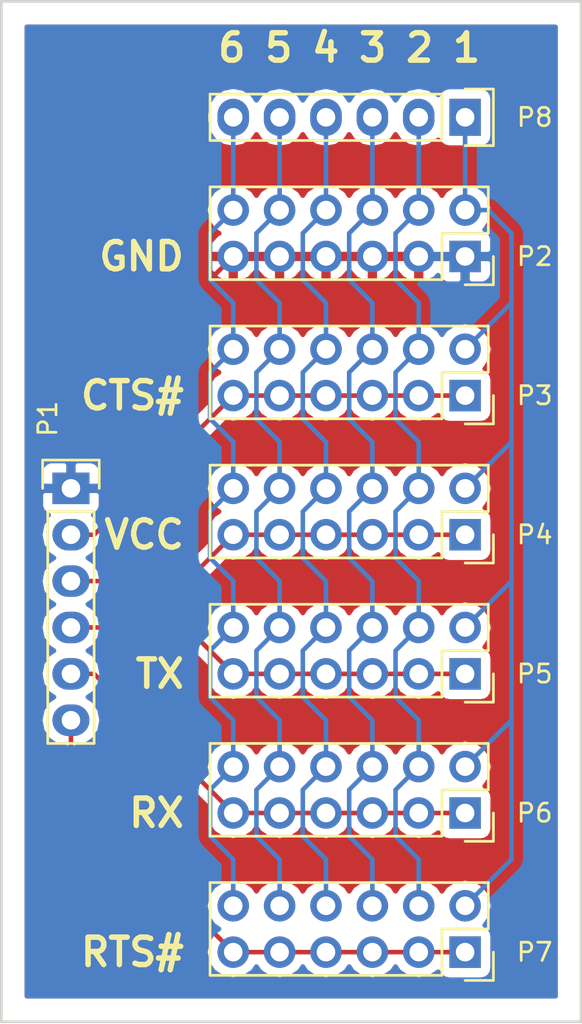
<source format=kicad_pcb>
(kicad_pcb (version 4) (host pcbnew 4.0.4-stable)

  (general
    (links 72)
    (no_connects 0)
    (area 129.464999 78.664999 161.365001 134.985)
    (thickness 1.6)
    (drawings 11)
    (tracks 160)
    (zones 0)
    (modules 8)
    (nets 13)
  )

  (page A4)
  (layers
    (0 F.Cu signal)
    (31 B.Cu signal)
    (32 B.Adhes user)
    (33 F.Adhes user)
    (34 B.Paste user)
    (35 F.Paste user)
    (36 B.SilkS user)
    (37 F.SilkS user)
    (38 B.Mask user)
    (39 F.Mask user)
    (40 Dwgs.User user)
    (41 Cmts.User user)
    (42 Eco1.User user)
    (43 Eco2.User user)
    (44 Edge.Cuts user)
    (45 Margin user)
    (46 B.CrtYd user)
    (47 F.CrtYd user)
    (48 B.Fab user)
    (49 F.Fab user)
  )

  (setup
    (last_trace_width 0.25)
    (trace_clearance 0.2)
    (zone_clearance 0.508)
    (zone_45_only yes)
    (trace_min 0.2)
    (segment_width 0.2)
    (edge_width 0.15)
    (via_size 0.6)
    (via_drill 0.4)
    (via_min_size 0.4)
    (via_min_drill 0.3)
    (uvia_size 0.3)
    (uvia_drill 0.1)
    (uvias_allowed no)
    (uvia_min_size 0.2)
    (uvia_min_drill 0.1)
    (pcb_text_width 0.3)
    (pcb_text_size 1.5 1.5)
    (mod_edge_width 0.15)
    (mod_text_size 1 1)
    (mod_text_width 0.15)
    (pad_size 1.524 1.524)
    (pad_drill 0.762)
    (pad_to_mask_clearance 0.2)
    (aux_axis_origin 0 0)
    (visible_elements FFFEFF7F)
    (pcbplotparams
      (layerselection 0x00030_80000001)
      (usegerberextensions false)
      (excludeedgelayer true)
      (linewidth 0.100000)
      (plotframeref false)
      (viasonmask false)
      (mode 1)
      (useauxorigin false)
      (hpglpennumber 1)
      (hpglpenspeed 20)
      (hpglpendiameter 15)
      (hpglpenoverlay 2)
      (psnegative false)
      (psa4output false)
      (plotreference true)
      (plotvalue true)
      (plotinvisibletext false)
      (padsonsilk false)
      (subtractmaskfromsilk false)
      (outputformat 1)
      (mirror false)
      (drillshape 1)
      (scaleselection 1)
      (outputdirectory ""))
  )

  (net 0 "")
  (net 1 /GND)
  (net 2 /PC-CTS#)
  (net 3 /VCC)
  (net 4 /PC-TXD)
  (net 5 /PC-RXD)
  (net 6 /PC-RTS#)
  (net 7 /TGT-1)
  (net 8 /TGT-2)
  (net 9 /TGT-3)
  (net 10 /TGT-4)
  (net 11 /TGT-5)
  (net 12 /TGT-6)

  (net_class Default "This is the default net class."
    (clearance 0.2)
    (trace_width 0.25)
    (via_dia 0.6)
    (via_drill 0.4)
    (uvia_dia 0.3)
    (uvia_drill 0.1)
    (add_net /GND)
    (add_net /PC-CTS#)
    (add_net /PC-RTS#)
    (add_net /PC-RXD)
    (add_net /PC-TXD)
    (add_net /TGT-1)
    (add_net /TGT-2)
    (add_net /TGT-3)
    (add_net /TGT-4)
    (add_net /TGT-5)
    (add_net /TGT-6)
    (add_net /VCC)
  )

  (module Socket_Strips:Socket_Strip_Straight_1x06 locked (layer F.Cu) (tedit 588BACEC) (tstamp 588BA70C)
    (at 133.35 105.41 270)
    (descr "Through hole socket strip")
    (tags "socket strip")
    (path /588BA33E)
    (fp_text reference P1 (at -3.81 1.27 270) (layer F.SilkS)
      (effects (font (size 1 1) (thickness 0.15)))
    )
    (fp_text value CONN_01X06 (at 0 -3.1 270) (layer F.Fab)
      (effects (font (size 1 1) (thickness 0.15)))
    )
    (fp_line (start -1.75 -1.75) (end -1.75 1.75) (layer F.CrtYd) (width 0.05))
    (fp_line (start 14.45 -1.75) (end 14.45 1.75) (layer F.CrtYd) (width 0.05))
    (fp_line (start -1.75 -1.75) (end 14.45 -1.75) (layer F.CrtYd) (width 0.05))
    (fp_line (start -1.75 1.75) (end 14.45 1.75) (layer F.CrtYd) (width 0.05))
    (fp_line (start 1.27 1.27) (end 13.97 1.27) (layer F.SilkS) (width 0.15))
    (fp_line (start 13.97 1.27) (end 13.97 -1.27) (layer F.SilkS) (width 0.15))
    (fp_line (start 13.97 -1.27) (end 1.27 -1.27) (layer F.SilkS) (width 0.15))
    (fp_line (start -1.55 1.55) (end 0 1.55) (layer F.SilkS) (width 0.15))
    (fp_line (start 1.27 1.27) (end 1.27 -1.27) (layer F.SilkS) (width 0.15))
    (fp_line (start 0 -1.55) (end -1.55 -1.55) (layer F.SilkS) (width 0.15))
    (fp_line (start -1.55 -1.55) (end -1.55 1.55) (layer F.SilkS) (width 0.15))
    (pad 1 thru_hole rect (at 0 0 270) (size 1.7272 2.032) (drill 1.016) (layers *.Cu *.Mask)
      (net 1 /GND))
    (pad 2 thru_hole oval (at 2.54 0 270) (size 1.7272 2.032) (drill 1.016) (layers *.Cu *.Mask)
      (net 2 /PC-CTS#))
    (pad 3 thru_hole oval (at 5.08 0 270) (size 1.7272 2.032) (drill 1.016) (layers *.Cu *.Mask)
      (net 3 /VCC))
    (pad 4 thru_hole oval (at 7.62 0 270) (size 1.7272 2.032) (drill 1.016) (layers *.Cu *.Mask)
      (net 4 /PC-TXD))
    (pad 5 thru_hole oval (at 10.16 0 270) (size 1.7272 2.032) (drill 1.016) (layers *.Cu *.Mask)
      (net 5 /PC-RXD))
    (pad 6 thru_hole oval (at 12.7 0 270) (size 1.7272 2.032) (drill 1.016) (layers *.Cu *.Mask)
      (net 6 /PC-RTS#))
    (model Socket_Strips.3dshapes/Socket_Strip_Straight_1x06.wrl
      (at (xyz 0.25 0 0))
      (scale (xyz 1 1 1))
      (rotate (xyz 0 0 180))
    )
  )

  (module Socket_Strips:Socket_Strip_Straight_2x06 (layer F.Cu) (tedit 588BAD11) (tstamp 588BA71C)
    (at 154.94 92.71 180)
    (descr "Through hole socket strip")
    (tags "socket strip")
    (path /588BA592)
    (fp_text reference P2 (at -3.81 0 180) (layer F.SilkS)
      (effects (font (size 1 1) (thickness 0.15)))
    )
    (fp_text value CONN_02X06 (at 0 -3.1 180) (layer F.Fab)
      (effects (font (size 1 1) (thickness 0.15)))
    )
    (fp_line (start -1.75 -1.75) (end -1.75 4.3) (layer F.CrtYd) (width 0.05))
    (fp_line (start 14.45 -1.75) (end 14.45 4.3) (layer F.CrtYd) (width 0.05))
    (fp_line (start -1.75 -1.75) (end 14.45 -1.75) (layer F.CrtYd) (width 0.05))
    (fp_line (start -1.75 4.3) (end 14.45 4.3) (layer F.CrtYd) (width 0.05))
    (fp_line (start 13.97 3.81) (end -1.27 3.81) (layer F.SilkS) (width 0.15))
    (fp_line (start 1.27 -1.27) (end 13.97 -1.27) (layer F.SilkS) (width 0.15))
    (fp_line (start 13.97 3.81) (end 13.97 -1.27) (layer F.SilkS) (width 0.15))
    (fp_line (start -1.27 3.81) (end -1.27 1.27) (layer F.SilkS) (width 0.15))
    (fp_line (start 0 -1.55) (end -1.55 -1.55) (layer F.SilkS) (width 0.15))
    (fp_line (start -1.27 1.27) (end 1.27 1.27) (layer F.SilkS) (width 0.15))
    (fp_line (start 1.27 1.27) (end 1.27 -1.27) (layer F.SilkS) (width 0.15))
    (fp_line (start -1.55 -1.55) (end -1.55 0) (layer F.SilkS) (width 0.15))
    (pad 1 thru_hole rect (at 0 0 180) (size 1.7272 1.7272) (drill 1.016) (layers *.Cu *.Mask)
      (net 1 /GND))
    (pad 2 thru_hole oval (at 0 2.54 180) (size 1.7272 1.7272) (drill 1.016) (layers *.Cu *.Mask)
      (net 7 /TGT-1))
    (pad 3 thru_hole oval (at 2.54 0 180) (size 1.7272 1.7272) (drill 1.016) (layers *.Cu *.Mask)
      (net 1 /GND))
    (pad 4 thru_hole oval (at 2.54 2.54 180) (size 1.7272 1.7272) (drill 1.016) (layers *.Cu *.Mask)
      (net 8 /TGT-2))
    (pad 5 thru_hole oval (at 5.08 0 180) (size 1.7272 1.7272) (drill 1.016) (layers *.Cu *.Mask)
      (net 1 /GND))
    (pad 6 thru_hole oval (at 5.08 2.54 180) (size 1.7272 1.7272) (drill 1.016) (layers *.Cu *.Mask)
      (net 9 /TGT-3))
    (pad 7 thru_hole oval (at 7.62 0 180) (size 1.7272 1.7272) (drill 1.016) (layers *.Cu *.Mask)
      (net 1 /GND))
    (pad 8 thru_hole oval (at 7.62 2.54 180) (size 1.7272 1.7272) (drill 1.016) (layers *.Cu *.Mask)
      (net 10 /TGT-4))
    (pad 9 thru_hole oval (at 10.16 0 180) (size 1.7272 1.7272) (drill 1.016) (layers *.Cu *.Mask)
      (net 1 /GND))
    (pad 10 thru_hole oval (at 10.16 2.54 180) (size 1.7272 1.7272) (drill 1.016) (layers *.Cu *.Mask)
      (net 11 /TGT-5))
    (pad 11 thru_hole oval (at 12.7 0 180) (size 1.7272 1.7272) (drill 1.016) (layers *.Cu *.Mask)
      (net 1 /GND))
    (pad 12 thru_hole oval (at 12.7 2.54 180) (size 1.7272 1.7272) (drill 1.016) (layers *.Cu *.Mask)
      (net 12 /TGT-6))
    (model Socket_Strips.3dshapes/Socket_Strip_Straight_2x06.wrl
      (at (xyz 0.25 -0.05 0))
      (scale (xyz 1 1 1))
      (rotate (xyz 0 0 180))
    )
  )

  (module Socket_Strips:Socket_Strip_Straight_2x06 (layer F.Cu) (tedit 588BAD1D) (tstamp 588BA72C)
    (at 154.94 100.33 180)
    (descr "Through hole socket strip")
    (tags "socket strip")
    (path /588BB636)
    (fp_text reference P3 (at -3.81 0 180) (layer F.SilkS)
      (effects (font (size 1 1) (thickness 0.15)))
    )
    (fp_text value CONN_02X06 (at 0 -3.1 180) (layer F.Fab)
      (effects (font (size 1 1) (thickness 0.15)))
    )
    (fp_line (start -1.75 -1.75) (end -1.75 4.3) (layer F.CrtYd) (width 0.05))
    (fp_line (start 14.45 -1.75) (end 14.45 4.3) (layer F.CrtYd) (width 0.05))
    (fp_line (start -1.75 -1.75) (end 14.45 -1.75) (layer F.CrtYd) (width 0.05))
    (fp_line (start -1.75 4.3) (end 14.45 4.3) (layer F.CrtYd) (width 0.05))
    (fp_line (start 13.97 3.81) (end -1.27 3.81) (layer F.SilkS) (width 0.15))
    (fp_line (start 1.27 -1.27) (end 13.97 -1.27) (layer F.SilkS) (width 0.15))
    (fp_line (start 13.97 3.81) (end 13.97 -1.27) (layer F.SilkS) (width 0.15))
    (fp_line (start -1.27 3.81) (end -1.27 1.27) (layer F.SilkS) (width 0.15))
    (fp_line (start 0 -1.55) (end -1.55 -1.55) (layer F.SilkS) (width 0.15))
    (fp_line (start -1.27 1.27) (end 1.27 1.27) (layer F.SilkS) (width 0.15))
    (fp_line (start 1.27 1.27) (end 1.27 -1.27) (layer F.SilkS) (width 0.15))
    (fp_line (start -1.55 -1.55) (end -1.55 0) (layer F.SilkS) (width 0.15))
    (pad 1 thru_hole rect (at 0 0 180) (size 1.7272 1.7272) (drill 1.016) (layers *.Cu *.Mask)
      (net 2 /PC-CTS#))
    (pad 2 thru_hole oval (at 0 2.54 180) (size 1.7272 1.7272) (drill 1.016) (layers *.Cu *.Mask)
      (net 7 /TGT-1))
    (pad 3 thru_hole oval (at 2.54 0 180) (size 1.7272 1.7272) (drill 1.016) (layers *.Cu *.Mask)
      (net 2 /PC-CTS#))
    (pad 4 thru_hole oval (at 2.54 2.54 180) (size 1.7272 1.7272) (drill 1.016) (layers *.Cu *.Mask)
      (net 8 /TGT-2))
    (pad 5 thru_hole oval (at 5.08 0 180) (size 1.7272 1.7272) (drill 1.016) (layers *.Cu *.Mask)
      (net 2 /PC-CTS#))
    (pad 6 thru_hole oval (at 5.08 2.54 180) (size 1.7272 1.7272) (drill 1.016) (layers *.Cu *.Mask)
      (net 9 /TGT-3))
    (pad 7 thru_hole oval (at 7.62 0 180) (size 1.7272 1.7272) (drill 1.016) (layers *.Cu *.Mask)
      (net 2 /PC-CTS#))
    (pad 8 thru_hole oval (at 7.62 2.54 180) (size 1.7272 1.7272) (drill 1.016) (layers *.Cu *.Mask)
      (net 10 /TGT-4))
    (pad 9 thru_hole oval (at 10.16 0 180) (size 1.7272 1.7272) (drill 1.016) (layers *.Cu *.Mask)
      (net 2 /PC-CTS#))
    (pad 10 thru_hole oval (at 10.16 2.54 180) (size 1.7272 1.7272) (drill 1.016) (layers *.Cu *.Mask)
      (net 11 /TGT-5))
    (pad 11 thru_hole oval (at 12.7 0 180) (size 1.7272 1.7272) (drill 1.016) (layers *.Cu *.Mask)
      (net 2 /PC-CTS#))
    (pad 12 thru_hole oval (at 12.7 2.54 180) (size 1.7272 1.7272) (drill 1.016) (layers *.Cu *.Mask)
      (net 12 /TGT-6))
    (model Socket_Strips.3dshapes/Socket_Strip_Straight_2x06.wrl
      (at (xyz 0.25 -0.05 0))
      (scale (xyz 1 1 1))
      (rotate (xyz 0 0 180))
    )
  )

  (module Socket_Strips:Socket_Strip_Straight_2x06 (layer F.Cu) (tedit 588BAD20) (tstamp 588BA73C)
    (at 154.94 107.95 180)
    (descr "Through hole socket strip")
    (tags "socket strip")
    (path /588BB682)
    (fp_text reference P4 (at -3.81 0 180) (layer F.SilkS)
      (effects (font (size 1 1) (thickness 0.15)))
    )
    (fp_text value CONN_02X06 (at 0 -3.1 180) (layer F.Fab)
      (effects (font (size 1 1) (thickness 0.15)))
    )
    (fp_line (start -1.75 -1.75) (end -1.75 4.3) (layer F.CrtYd) (width 0.05))
    (fp_line (start 14.45 -1.75) (end 14.45 4.3) (layer F.CrtYd) (width 0.05))
    (fp_line (start -1.75 -1.75) (end 14.45 -1.75) (layer F.CrtYd) (width 0.05))
    (fp_line (start -1.75 4.3) (end 14.45 4.3) (layer F.CrtYd) (width 0.05))
    (fp_line (start 13.97 3.81) (end -1.27 3.81) (layer F.SilkS) (width 0.15))
    (fp_line (start 1.27 -1.27) (end 13.97 -1.27) (layer F.SilkS) (width 0.15))
    (fp_line (start 13.97 3.81) (end 13.97 -1.27) (layer F.SilkS) (width 0.15))
    (fp_line (start -1.27 3.81) (end -1.27 1.27) (layer F.SilkS) (width 0.15))
    (fp_line (start 0 -1.55) (end -1.55 -1.55) (layer F.SilkS) (width 0.15))
    (fp_line (start -1.27 1.27) (end 1.27 1.27) (layer F.SilkS) (width 0.15))
    (fp_line (start 1.27 1.27) (end 1.27 -1.27) (layer F.SilkS) (width 0.15))
    (fp_line (start -1.55 -1.55) (end -1.55 0) (layer F.SilkS) (width 0.15))
    (pad 1 thru_hole rect (at 0 0 180) (size 1.7272 1.7272) (drill 1.016) (layers *.Cu *.Mask)
      (net 3 /VCC))
    (pad 2 thru_hole oval (at 0 2.54 180) (size 1.7272 1.7272) (drill 1.016) (layers *.Cu *.Mask)
      (net 7 /TGT-1))
    (pad 3 thru_hole oval (at 2.54 0 180) (size 1.7272 1.7272) (drill 1.016) (layers *.Cu *.Mask)
      (net 3 /VCC))
    (pad 4 thru_hole oval (at 2.54 2.54 180) (size 1.7272 1.7272) (drill 1.016) (layers *.Cu *.Mask)
      (net 8 /TGT-2))
    (pad 5 thru_hole oval (at 5.08 0 180) (size 1.7272 1.7272) (drill 1.016) (layers *.Cu *.Mask)
      (net 3 /VCC))
    (pad 6 thru_hole oval (at 5.08 2.54 180) (size 1.7272 1.7272) (drill 1.016) (layers *.Cu *.Mask)
      (net 9 /TGT-3))
    (pad 7 thru_hole oval (at 7.62 0 180) (size 1.7272 1.7272) (drill 1.016) (layers *.Cu *.Mask)
      (net 3 /VCC))
    (pad 8 thru_hole oval (at 7.62 2.54 180) (size 1.7272 1.7272) (drill 1.016) (layers *.Cu *.Mask)
      (net 10 /TGT-4))
    (pad 9 thru_hole oval (at 10.16 0 180) (size 1.7272 1.7272) (drill 1.016) (layers *.Cu *.Mask)
      (net 3 /VCC))
    (pad 10 thru_hole oval (at 10.16 2.54 180) (size 1.7272 1.7272) (drill 1.016) (layers *.Cu *.Mask)
      (net 11 /TGT-5))
    (pad 11 thru_hole oval (at 12.7 0 180) (size 1.7272 1.7272) (drill 1.016) (layers *.Cu *.Mask)
      (net 3 /VCC))
    (pad 12 thru_hole oval (at 12.7 2.54 180) (size 1.7272 1.7272) (drill 1.016) (layers *.Cu *.Mask)
      (net 12 /TGT-6))
    (model Socket_Strips.3dshapes/Socket_Strip_Straight_2x06.wrl
      (at (xyz 0.25 -0.05 0))
      (scale (xyz 1 1 1))
      (rotate (xyz 0 0 180))
    )
  )

  (module Socket_Strips:Socket_Strip_Straight_2x06 (layer F.Cu) (tedit 588BAD23) (tstamp 588BA74C)
    (at 154.94 115.57 180)
    (descr "Through hole socket strip")
    (tags "socket strip")
    (path /588BB859)
    (fp_text reference P5 (at -3.81 0 180) (layer F.SilkS)
      (effects (font (size 1 1) (thickness 0.15)))
    )
    (fp_text value CONN_02X06 (at 0 -3.1 180) (layer F.Fab)
      (effects (font (size 1 1) (thickness 0.15)))
    )
    (fp_line (start -1.75 -1.75) (end -1.75 4.3) (layer F.CrtYd) (width 0.05))
    (fp_line (start 14.45 -1.75) (end 14.45 4.3) (layer F.CrtYd) (width 0.05))
    (fp_line (start -1.75 -1.75) (end 14.45 -1.75) (layer F.CrtYd) (width 0.05))
    (fp_line (start -1.75 4.3) (end 14.45 4.3) (layer F.CrtYd) (width 0.05))
    (fp_line (start 13.97 3.81) (end -1.27 3.81) (layer F.SilkS) (width 0.15))
    (fp_line (start 1.27 -1.27) (end 13.97 -1.27) (layer F.SilkS) (width 0.15))
    (fp_line (start 13.97 3.81) (end 13.97 -1.27) (layer F.SilkS) (width 0.15))
    (fp_line (start -1.27 3.81) (end -1.27 1.27) (layer F.SilkS) (width 0.15))
    (fp_line (start 0 -1.55) (end -1.55 -1.55) (layer F.SilkS) (width 0.15))
    (fp_line (start -1.27 1.27) (end 1.27 1.27) (layer F.SilkS) (width 0.15))
    (fp_line (start 1.27 1.27) (end 1.27 -1.27) (layer F.SilkS) (width 0.15))
    (fp_line (start -1.55 -1.55) (end -1.55 0) (layer F.SilkS) (width 0.15))
    (pad 1 thru_hole rect (at 0 0 180) (size 1.7272 1.7272) (drill 1.016) (layers *.Cu *.Mask)
      (net 4 /PC-TXD))
    (pad 2 thru_hole oval (at 0 2.54 180) (size 1.7272 1.7272) (drill 1.016) (layers *.Cu *.Mask)
      (net 7 /TGT-1))
    (pad 3 thru_hole oval (at 2.54 0 180) (size 1.7272 1.7272) (drill 1.016) (layers *.Cu *.Mask)
      (net 4 /PC-TXD))
    (pad 4 thru_hole oval (at 2.54 2.54 180) (size 1.7272 1.7272) (drill 1.016) (layers *.Cu *.Mask)
      (net 8 /TGT-2))
    (pad 5 thru_hole oval (at 5.08 0 180) (size 1.7272 1.7272) (drill 1.016) (layers *.Cu *.Mask)
      (net 4 /PC-TXD))
    (pad 6 thru_hole oval (at 5.08 2.54 180) (size 1.7272 1.7272) (drill 1.016) (layers *.Cu *.Mask)
      (net 9 /TGT-3))
    (pad 7 thru_hole oval (at 7.62 0 180) (size 1.7272 1.7272) (drill 1.016) (layers *.Cu *.Mask)
      (net 4 /PC-TXD))
    (pad 8 thru_hole oval (at 7.62 2.54 180) (size 1.7272 1.7272) (drill 1.016) (layers *.Cu *.Mask)
      (net 10 /TGT-4))
    (pad 9 thru_hole oval (at 10.16 0 180) (size 1.7272 1.7272) (drill 1.016) (layers *.Cu *.Mask)
      (net 4 /PC-TXD))
    (pad 10 thru_hole oval (at 10.16 2.54 180) (size 1.7272 1.7272) (drill 1.016) (layers *.Cu *.Mask)
      (net 11 /TGT-5))
    (pad 11 thru_hole oval (at 12.7 0 180) (size 1.7272 1.7272) (drill 1.016) (layers *.Cu *.Mask)
      (net 4 /PC-TXD))
    (pad 12 thru_hole oval (at 12.7 2.54 180) (size 1.7272 1.7272) (drill 1.016) (layers *.Cu *.Mask)
      (net 12 /TGT-6))
    (model Socket_Strips.3dshapes/Socket_Strip_Straight_2x06.wrl
      (at (xyz 0.25 -0.05 0))
      (scale (xyz 1 1 1))
      (rotate (xyz 0 0 180))
    )
  )

  (module Socket_Strips:Socket_Strip_Straight_2x06 (layer F.Cu) (tedit 588BAD28) (tstamp 588BA75C)
    (at 154.94 123.19 180)
    (descr "Through hole socket strip")
    (tags "socket strip")
    (path /588BBB65)
    (fp_text reference P6 (at -3.81 0 180) (layer F.SilkS)
      (effects (font (size 1 1) (thickness 0.15)))
    )
    (fp_text value CONN_02X06 (at 0 -3.1 180) (layer F.Fab)
      (effects (font (size 1 1) (thickness 0.15)))
    )
    (fp_line (start -1.75 -1.75) (end -1.75 4.3) (layer F.CrtYd) (width 0.05))
    (fp_line (start 14.45 -1.75) (end 14.45 4.3) (layer F.CrtYd) (width 0.05))
    (fp_line (start -1.75 -1.75) (end 14.45 -1.75) (layer F.CrtYd) (width 0.05))
    (fp_line (start -1.75 4.3) (end 14.45 4.3) (layer F.CrtYd) (width 0.05))
    (fp_line (start 13.97 3.81) (end -1.27 3.81) (layer F.SilkS) (width 0.15))
    (fp_line (start 1.27 -1.27) (end 13.97 -1.27) (layer F.SilkS) (width 0.15))
    (fp_line (start 13.97 3.81) (end 13.97 -1.27) (layer F.SilkS) (width 0.15))
    (fp_line (start -1.27 3.81) (end -1.27 1.27) (layer F.SilkS) (width 0.15))
    (fp_line (start 0 -1.55) (end -1.55 -1.55) (layer F.SilkS) (width 0.15))
    (fp_line (start -1.27 1.27) (end 1.27 1.27) (layer F.SilkS) (width 0.15))
    (fp_line (start 1.27 1.27) (end 1.27 -1.27) (layer F.SilkS) (width 0.15))
    (fp_line (start -1.55 -1.55) (end -1.55 0) (layer F.SilkS) (width 0.15))
    (pad 1 thru_hole rect (at 0 0 180) (size 1.7272 1.7272) (drill 1.016) (layers *.Cu *.Mask)
      (net 5 /PC-RXD))
    (pad 2 thru_hole oval (at 0 2.54 180) (size 1.7272 1.7272) (drill 1.016) (layers *.Cu *.Mask)
      (net 7 /TGT-1))
    (pad 3 thru_hole oval (at 2.54 0 180) (size 1.7272 1.7272) (drill 1.016) (layers *.Cu *.Mask)
      (net 5 /PC-RXD))
    (pad 4 thru_hole oval (at 2.54 2.54 180) (size 1.7272 1.7272) (drill 1.016) (layers *.Cu *.Mask)
      (net 8 /TGT-2))
    (pad 5 thru_hole oval (at 5.08 0 180) (size 1.7272 1.7272) (drill 1.016) (layers *.Cu *.Mask)
      (net 5 /PC-RXD))
    (pad 6 thru_hole oval (at 5.08 2.54 180) (size 1.7272 1.7272) (drill 1.016) (layers *.Cu *.Mask)
      (net 9 /TGT-3))
    (pad 7 thru_hole oval (at 7.62 0 180) (size 1.7272 1.7272) (drill 1.016) (layers *.Cu *.Mask)
      (net 5 /PC-RXD))
    (pad 8 thru_hole oval (at 7.62 2.54 180) (size 1.7272 1.7272) (drill 1.016) (layers *.Cu *.Mask)
      (net 10 /TGT-4))
    (pad 9 thru_hole oval (at 10.16 0 180) (size 1.7272 1.7272) (drill 1.016) (layers *.Cu *.Mask)
      (net 5 /PC-RXD))
    (pad 10 thru_hole oval (at 10.16 2.54 180) (size 1.7272 1.7272) (drill 1.016) (layers *.Cu *.Mask)
      (net 11 /TGT-5))
    (pad 11 thru_hole oval (at 12.7 0 180) (size 1.7272 1.7272) (drill 1.016) (layers *.Cu *.Mask)
      (net 5 /PC-RXD))
    (pad 12 thru_hole oval (at 12.7 2.54 180) (size 1.7272 1.7272) (drill 1.016) (layers *.Cu *.Mask)
      (net 12 /TGT-6))
    (model Socket_Strips.3dshapes/Socket_Strip_Straight_2x06.wrl
      (at (xyz 0.25 -0.05 0))
      (scale (xyz 1 1 1))
      (rotate (xyz 0 0 180))
    )
  )

  (module Socket_Strips:Socket_Strip_Straight_2x06 (layer F.Cu) (tedit 588BAD2B) (tstamp 588BA76C)
    (at 154.94 130.81 180)
    (descr "Through hole socket strip")
    (tags "socket strip")
    (path /588BBBB0)
    (fp_text reference P7 (at -3.81 0 180) (layer F.SilkS)
      (effects (font (size 1 1) (thickness 0.15)))
    )
    (fp_text value CONN_02X06 (at 0 -3.1 180) (layer F.Fab)
      (effects (font (size 1 1) (thickness 0.15)))
    )
    (fp_line (start -1.75 -1.75) (end -1.75 4.3) (layer F.CrtYd) (width 0.05))
    (fp_line (start 14.45 -1.75) (end 14.45 4.3) (layer F.CrtYd) (width 0.05))
    (fp_line (start -1.75 -1.75) (end 14.45 -1.75) (layer F.CrtYd) (width 0.05))
    (fp_line (start -1.75 4.3) (end 14.45 4.3) (layer F.CrtYd) (width 0.05))
    (fp_line (start 13.97 3.81) (end -1.27 3.81) (layer F.SilkS) (width 0.15))
    (fp_line (start 1.27 -1.27) (end 13.97 -1.27) (layer F.SilkS) (width 0.15))
    (fp_line (start 13.97 3.81) (end 13.97 -1.27) (layer F.SilkS) (width 0.15))
    (fp_line (start -1.27 3.81) (end -1.27 1.27) (layer F.SilkS) (width 0.15))
    (fp_line (start 0 -1.55) (end -1.55 -1.55) (layer F.SilkS) (width 0.15))
    (fp_line (start -1.27 1.27) (end 1.27 1.27) (layer F.SilkS) (width 0.15))
    (fp_line (start 1.27 1.27) (end 1.27 -1.27) (layer F.SilkS) (width 0.15))
    (fp_line (start -1.55 -1.55) (end -1.55 0) (layer F.SilkS) (width 0.15))
    (pad 1 thru_hole rect (at 0 0 180) (size 1.7272 1.7272) (drill 1.016) (layers *.Cu *.Mask)
      (net 6 /PC-RTS#))
    (pad 2 thru_hole oval (at 0 2.54 180) (size 1.7272 1.7272) (drill 1.016) (layers *.Cu *.Mask)
      (net 7 /TGT-1))
    (pad 3 thru_hole oval (at 2.54 0 180) (size 1.7272 1.7272) (drill 1.016) (layers *.Cu *.Mask)
      (net 6 /PC-RTS#))
    (pad 4 thru_hole oval (at 2.54 2.54 180) (size 1.7272 1.7272) (drill 1.016) (layers *.Cu *.Mask)
      (net 8 /TGT-2))
    (pad 5 thru_hole oval (at 5.08 0 180) (size 1.7272 1.7272) (drill 1.016) (layers *.Cu *.Mask)
      (net 6 /PC-RTS#))
    (pad 6 thru_hole oval (at 5.08 2.54 180) (size 1.7272 1.7272) (drill 1.016) (layers *.Cu *.Mask)
      (net 9 /TGT-3))
    (pad 7 thru_hole oval (at 7.62 0 180) (size 1.7272 1.7272) (drill 1.016) (layers *.Cu *.Mask)
      (net 6 /PC-RTS#))
    (pad 8 thru_hole oval (at 7.62 2.54 180) (size 1.7272 1.7272) (drill 1.016) (layers *.Cu *.Mask)
      (net 10 /TGT-4))
    (pad 9 thru_hole oval (at 10.16 0 180) (size 1.7272 1.7272) (drill 1.016) (layers *.Cu *.Mask)
      (net 6 /PC-RTS#))
    (pad 10 thru_hole oval (at 10.16 2.54 180) (size 1.7272 1.7272) (drill 1.016) (layers *.Cu *.Mask)
      (net 11 /TGT-5))
    (pad 11 thru_hole oval (at 12.7 0 180) (size 1.7272 1.7272) (drill 1.016) (layers *.Cu *.Mask)
      (net 6 /PC-RTS#))
    (pad 12 thru_hole oval (at 12.7 2.54 180) (size 1.7272 1.7272) (drill 1.016) (layers *.Cu *.Mask)
      (net 12 /TGT-6))
    (model Socket_Strips.3dshapes/Socket_Strip_Straight_2x06.wrl
      (at (xyz 0.25 -0.05 0))
      (scale (xyz 1 1 1))
      (rotate (xyz 0 0 180))
    )
  )

  (module Socket_Strips:Socket_Strip_Straight_1x06 (layer F.Cu) (tedit 588BAD17) (tstamp 588BA776)
    (at 154.94 85.09 180)
    (descr "Through hole socket strip")
    (tags "socket strip")
    (path /588BA2C1)
    (fp_text reference P8 (at -3.81 0 180) (layer F.SilkS)
      (effects (font (size 1 1) (thickness 0.15)))
    )
    (fp_text value CONN_01X06 (at 0 -3.1 180) (layer F.Fab)
      (effects (font (size 1 1) (thickness 0.15)))
    )
    (fp_line (start -1.75 -1.75) (end -1.75 1.75) (layer F.CrtYd) (width 0.05))
    (fp_line (start 14.45 -1.75) (end 14.45 1.75) (layer F.CrtYd) (width 0.05))
    (fp_line (start -1.75 -1.75) (end 14.45 -1.75) (layer F.CrtYd) (width 0.05))
    (fp_line (start -1.75 1.75) (end 14.45 1.75) (layer F.CrtYd) (width 0.05))
    (fp_line (start 1.27 1.27) (end 13.97 1.27) (layer F.SilkS) (width 0.15))
    (fp_line (start 13.97 1.27) (end 13.97 -1.27) (layer F.SilkS) (width 0.15))
    (fp_line (start 13.97 -1.27) (end 1.27 -1.27) (layer F.SilkS) (width 0.15))
    (fp_line (start -1.55 1.55) (end 0 1.55) (layer F.SilkS) (width 0.15))
    (fp_line (start 1.27 1.27) (end 1.27 -1.27) (layer F.SilkS) (width 0.15))
    (fp_line (start 0 -1.55) (end -1.55 -1.55) (layer F.SilkS) (width 0.15))
    (fp_line (start -1.55 -1.55) (end -1.55 1.55) (layer F.SilkS) (width 0.15))
    (pad 1 thru_hole rect (at 0 0 180) (size 1.7272 2.032) (drill 1.016) (layers *.Cu *.Mask)
      (net 7 /TGT-1))
    (pad 2 thru_hole oval (at 2.54 0 180) (size 1.7272 2.032) (drill 1.016) (layers *.Cu *.Mask)
      (net 8 /TGT-2))
    (pad 3 thru_hole oval (at 5.08 0 180) (size 1.7272 2.032) (drill 1.016) (layers *.Cu *.Mask)
      (net 9 /TGT-3))
    (pad 4 thru_hole oval (at 7.62 0 180) (size 1.7272 2.032) (drill 1.016) (layers *.Cu *.Mask)
      (net 10 /TGT-4))
    (pad 5 thru_hole oval (at 10.16 0 180) (size 1.7272 2.032) (drill 1.016) (layers *.Cu *.Mask)
      (net 11 /TGT-5))
    (pad 6 thru_hole oval (at 12.7 0 180) (size 1.7272 2.032) (drill 1.016) (layers *.Cu *.Mask)
      (net 12 /TGT-6))
    (model Socket_Strips.3dshapes/Socket_Strip_Straight_1x06.wrl
      (at (xyz 0.25 0 0))
      (scale (xyz 1 1 1))
      (rotate (xyz 0 0 180))
    )
  )

  (gr_line (start 129.54 134.62) (end 161.29 134.62) (angle 90) (layer Edge.Cuts) (width 0.15))
  (gr_line (start 161.29 78.74) (end 129.54 78.74) (angle 90) (layer Edge.Cuts) (width 0.15))
  (gr_line (start 129.54 134.62) (end 129.54 78.74) (angle 90) (layer Edge.Cuts) (width 0.15))
  (gr_line (start 161.29 78.74) (end 161.29 134.62) (angle 90) (layer Edge.Cuts) (width 0.15))
  (gr_text "6 5 4 3 2 1" (at 148.59 81.28) (layer F.SilkS)
    (effects (font (size 1.5 1.5) (thickness 0.3)))
  )
  (gr_text RTS# (at 139.7 130.81) (layer F.SilkS)
    (effects (font (size 1.5 1.5) (thickness 0.3)) (justify right))
  )
  (gr_text RX (at 139.7 123.19) (layer F.SilkS)
    (effects (font (size 1.5 1.5) (thickness 0.3)) (justify right))
  )
  (gr_text TX (at 139.7 115.57) (layer F.SilkS)
    (effects (font (size 1.5 1.5) (thickness 0.3)) (justify right))
  )
  (gr_text VCC (at 139.7 107.95) (layer F.SilkS)
    (effects (font (size 1.5 1.5) (thickness 0.3)) (justify right))
  )
  (gr_text CTS# (at 139.7 100.33) (layer F.SilkS)
    (effects (font (size 1.5 1.5) (thickness 0.3)) (justify right))
  )
  (gr_text GND (at 139.7 92.71) (layer F.SilkS)
    (effects (font (size 1.5 1.5) (thickness 0.3)) (justify right))
  )

  (segment (start 144.78 92.71) (end 142.24 92.71) (width 0.25) (layer F.Cu) (net 1) (status C00000))
  (segment (start 142.24 92.71) (end 133.35 101.6) (width 0.25) (layer F.Cu) (net 1) (tstamp 588BA8B2) (status 400000))
  (segment (start 133.35 101.6) (end 133.35 105.41) (width 0.25) (layer F.Cu) (net 1) (tstamp 588BA8B3) (status 800000))
  (segment (start 144.78 92.71) (end 147.32 92.71) (width 0.25) (layer F.Cu) (net 1) (tstamp 588BA89C) (status C00000))
  (segment (start 147.32 92.71) (end 149.86 92.71) (width 0.25) (layer F.Cu) (net 1) (tstamp 588BA89D) (status C00000))
  (segment (start 149.86 92.71) (end 152.4 92.71) (width 0.25) (layer F.Cu) (net 1) (tstamp 588BA89E) (status C00000))
  (segment (start 152.4 92.71) (end 154.94 92.71) (width 0.25) (layer F.Cu) (net 1) (tstamp 588BA89F) (status C00000))
  (segment (start 147.32 100.33) (end 144.78 100.33) (width 0.25) (layer F.Cu) (net 2) (status C00000))
  (segment (start 144.78 100.33) (end 142.24 100.33) (width 0.25) (layer F.Cu) (net 2) (tstamp 588BA9EB) (status C00000))
  (segment (start 133.35 107.95) (end 134.62 107.95) (width 0.25) (layer F.Cu) (net 2) (status 400000))
  (segment (start 134.62 107.95) (end 142.24 100.33) (width 0.25) (layer F.Cu) (net 2) (tstamp 588BA8C4) (status 800000))
  (segment (start 147.32 100.33) (end 149.86 100.33) (width 0.25) (layer F.Cu) (net 2) (tstamp 588BA8CC) (status C00000))
  (segment (start 149.86 100.33) (end 152.4 100.33) (width 0.25) (layer F.Cu) (net 2) (tstamp 588BA8CD) (status C00000))
  (segment (start 152.4 100.33) (end 154.94 100.33) (width 0.25) (layer F.Cu) (net 2) (tstamp 588BA8CE) (status C00000))
  (segment (start 147.32 107.95) (end 144.78 107.95) (width 0.25) (layer F.Cu) (net 3) (status C00000))
  (segment (start 144.78 107.95) (end 142.24 107.95) (width 0.25) (layer F.Cu) (net 3) (tstamp 588BA8E7) (status C00000))
  (segment (start 133.35 110.49) (end 139.7 110.49) (width 0.25) (layer F.Cu) (net 3) (status 400000))
  (segment (start 139.7 110.49) (end 142.24 107.95) (width 0.25) (layer F.Cu) (net 3) (tstamp 588BA8D4) (status 800000))
  (segment (start 147.32 107.95) (end 149.86 107.95) (width 0.25) (layer F.Cu) (net 3) (tstamp 588BA8D9) (status C00000))
  (segment (start 149.86 107.95) (end 152.4 107.95) (width 0.25) (layer F.Cu) (net 3) (tstamp 588BA8DA) (status C00000))
  (segment (start 152.4 107.95) (end 154.94 107.95) (width 0.25) (layer F.Cu) (net 3) (tstamp 588BA8DB) (status C00000))
  (segment (start 147.32 115.57) (end 144.78 115.57) (width 0.25) (layer F.Cu) (net 4) (status C00000))
  (segment (start 144.78 115.57) (end 142.24 115.57) (width 0.25) (layer F.Cu) (net 4) (tstamp 588BA910) (status C00000))
  (segment (start 133.35 113.03) (end 139.7 113.03) (width 0.25) (layer F.Cu) (net 4) (status 400000))
  (segment (start 139.7 113.03) (end 142.24 115.57) (width 0.25) (layer F.Cu) (net 4) (tstamp 588BA8F2) (status 800000))
  (segment (start 147.32 115.57) (end 149.86 115.57) (width 0.25) (layer F.Cu) (net 4) (tstamp 588BA8F8) (status C00000))
  (segment (start 149.86 115.57) (end 152.4 115.57) (width 0.25) (layer F.Cu) (net 4) (tstamp 588BA8F9) (status C00000))
  (segment (start 152.4 115.57) (end 154.94 115.57) (width 0.25) (layer F.Cu) (net 4) (tstamp 588BA8FA) (status C00000))
  (segment (start 147.32 123.19) (end 144.78 123.19) (width 0.25) (layer F.Cu) (net 5) (status C00000))
  (segment (start 144.78 123.19) (end 142.24 123.19) (width 0.25) (layer F.Cu) (net 5) (tstamp 588BA927) (status C00000))
  (segment (start 133.35 115.57) (end 134.62 115.57) (width 0.25) (layer F.Cu) (net 5) (status 400000))
  (segment (start 134.62 115.57) (end 142.24 123.19) (width 0.25) (layer F.Cu) (net 5) (tstamp 588BA917) (status 800000))
  (segment (start 147.32 123.19) (end 149.86 123.19) (width 0.25) (layer F.Cu) (net 5) (tstamp 588BA91C) (status C00000))
  (segment (start 149.86 123.19) (end 152.4 123.19) (width 0.25) (layer F.Cu) (net 5) (tstamp 588BA91D) (status C00000))
  (segment (start 152.4 123.19) (end 154.94 123.19) (width 0.25) (layer F.Cu) (net 5) (tstamp 588BA91E) (status C00000))
  (segment (start 147.32 130.81) (end 144.78 130.81) (width 0.25) (layer F.Cu) (net 6) (status C00000))
  (segment (start 144.78 130.81) (end 142.24 130.81) (width 0.25) (layer F.Cu) (net 6) (tstamp 588BA950) (status C00000))
  (segment (start 133.35 118.11) (end 133.35 121.92) (width 0.25) (layer F.Cu) (net 6) (status 400000))
  (segment (start 133.35 121.92) (end 142.24 130.81) (width 0.25) (layer F.Cu) (net 6) (tstamp 588BA941) (status 800000))
  (segment (start 147.32 130.81) (end 149.86 130.81) (width 0.25) (layer F.Cu) (net 6) (tstamp 588BA946) (status C00000))
  (segment (start 149.86 130.81) (end 152.4 130.81) (width 0.25) (layer F.Cu) (net 6) (tstamp 588BA947) (status C00000))
  (segment (start 152.4 130.81) (end 154.94 130.81) (width 0.25) (layer F.Cu) (net 6) (tstamp 588BA948) (status C00000))
  (segment (start 157.48 91.44) (end 156.21 90.17) (width 0.25) (layer B.Cu) (net 7))
  (segment (start 156.21 90.17) (end 154.94 90.17) (width 0.25) (layer B.Cu) (net 7) (tstamp 588BAAD6) (status 800000))
  (segment (start 154.94 90.17) (end 154.94 85.09) (width 0.25) (layer B.Cu) (net 7) (status C00000))
  (segment (start 154.94 97.79) (end 157.48 95.25) (width 0.25) (layer B.Cu) (net 7) (status 400000))
  (segment (start 154.94 105.41) (end 157.48 102.87) (width 0.25) (layer B.Cu) (net 7) (status 400000))
  (segment (start 154.94 113.03) (end 157.48 110.49) (width 0.25) (layer B.Cu) (net 7) (status 400000))
  (segment (start 154.94 120.65) (end 157.48 118.11) (width 0.25) (layer B.Cu) (net 7) (status 400000))
  (segment (start 154.94 128.27) (end 157.48 125.73) (width 0.25) (layer B.Cu) (net 7) (status 400000))
  (segment (start 157.48 125.73) (end 157.48 118.11) (width 0.25) (layer B.Cu) (net 7) (tstamp 588BAAA6))
  (segment (start 157.48 118.11) (end 157.48 110.49) (width 0.25) (layer B.Cu) (net 7) (tstamp 588BAAB0))
  (segment (start 157.48 110.49) (end 157.48 102.87) (width 0.25) (layer B.Cu) (net 7) (tstamp 588BAAB8))
  (segment (start 157.48 102.87) (end 157.48 95.25) (width 0.25) (layer B.Cu) (net 7) (tstamp 588BAABC))
  (segment (start 157.48 95.25) (end 157.48 91.44) (width 0.25) (layer B.Cu) (net 7) (tstamp 588BAAC3))
  (segment (start 152.4 128.27) (end 152.4 125.73) (width 0.25) (layer B.Cu) (net 8) (status 400000))
  (segment (start 151.13 121.92) (end 152.4 120.65) (width 0.25) (layer B.Cu) (net 8) (tstamp 588BAA5E) (status 800000))
  (segment (start 151.13 124.46) (end 151.13 121.92) (width 0.25) (layer B.Cu) (net 8) (tstamp 588BAA5C))
  (segment (start 152.4 125.73) (end 151.13 124.46) (width 0.25) (layer B.Cu) (net 8) (tstamp 588BAA5A))
  (segment (start 152.4 120.65) (end 152.4 118.11) (width 0.25) (layer B.Cu) (net 8) (tstamp 588BAA60) (status 400000))
  (segment (start 152.4 118.11) (end 151.13 116.84) (width 0.25) (layer B.Cu) (net 8) (tstamp 588BAA62))
  (segment (start 151.13 116.84) (end 151.13 114.3) (width 0.25) (layer B.Cu) (net 8) (tstamp 588BAA64))
  (segment (start 151.13 114.3) (end 152.4 113.03) (width 0.25) (layer B.Cu) (net 8) (tstamp 588BAA66) (status 800000))
  (segment (start 152.4 113.03) (end 152.4 110.49) (width 0.25) (layer B.Cu) (net 8) (tstamp 588BAA68) (status 400000))
  (segment (start 152.4 110.49) (end 151.13 109.22) (width 0.25) (layer B.Cu) (net 8) (tstamp 588BAA6A))
  (segment (start 151.13 109.22) (end 151.13 106.68) (width 0.25) (layer B.Cu) (net 8) (tstamp 588BAA6C))
  (segment (start 151.13 106.68) (end 152.4 105.41) (width 0.25) (layer B.Cu) (net 8) (tstamp 588BAA6E) (status 800000))
  (segment (start 152.4 105.41) (end 152.4 102.87) (width 0.25) (layer B.Cu) (net 8) (tstamp 588BAA70) (status 400000))
  (segment (start 152.4 102.87) (end 151.13 101.6) (width 0.25) (layer B.Cu) (net 8) (tstamp 588BAA72))
  (segment (start 151.13 101.6) (end 151.13 99.06) (width 0.25) (layer B.Cu) (net 8) (tstamp 588BAA74))
  (segment (start 151.13 99.06) (end 152.4 97.79) (width 0.25) (layer B.Cu) (net 8) (tstamp 588BAA76) (status 800000))
  (segment (start 152.4 97.79) (end 152.4 95.25) (width 0.25) (layer B.Cu) (net 8) (tstamp 588BAA78) (status 400000))
  (segment (start 152.4 95.25) (end 151.13 93.98) (width 0.25) (layer B.Cu) (net 8) (tstamp 588BAA7A))
  (segment (start 151.13 93.98) (end 151.13 91.44) (width 0.25) (layer B.Cu) (net 8) (tstamp 588BAA7C))
  (segment (start 151.13 91.44) (end 152.4 90.17) (width 0.25) (layer B.Cu) (net 8) (tstamp 588BAA7E) (status 800000))
  (segment (start 152.4 90.17) (end 152.4 85.09) (width 0.25) (layer B.Cu) (net 8) (tstamp 588BAA80) (status C00000))
  (segment (start 149.86 128.27) (end 149.86 125.73) (width 0.25) (layer B.Cu) (net 9) (status 400000))
  (segment (start 148.59 121.92) (end 149.86 120.65) (width 0.25) (layer B.Cu) (net 9) (tstamp 588BAA34) (status 800000))
  (segment (start 148.59 124.46) (end 148.59 121.92) (width 0.25) (layer B.Cu) (net 9) (tstamp 588BAA32))
  (segment (start 149.86 125.73) (end 148.59 124.46) (width 0.25) (layer B.Cu) (net 9) (tstamp 588BAA2F))
  (segment (start 149.86 120.65) (end 149.86 118.11) (width 0.25) (layer B.Cu) (net 9) (tstamp 588BAA36) (status 400000))
  (segment (start 149.86 118.11) (end 148.59 116.84) (width 0.25) (layer B.Cu) (net 9) (tstamp 588BAA38))
  (segment (start 148.59 116.84) (end 148.59 114.3) (width 0.25) (layer B.Cu) (net 9) (tstamp 588BAA3A))
  (segment (start 148.59 114.3) (end 149.86 113.03) (width 0.25) (layer B.Cu) (net 9) (tstamp 588BAA3C) (status 800000))
  (segment (start 149.86 113.03) (end 149.86 110.49) (width 0.25) (layer B.Cu) (net 9) (tstamp 588BAA3E) (status 400000))
  (segment (start 149.86 110.49) (end 148.59 109.22) (width 0.25) (layer B.Cu) (net 9) (tstamp 588BAA40))
  (segment (start 148.59 109.22) (end 148.59 106.68) (width 0.25) (layer B.Cu) (net 9) (tstamp 588BAA42))
  (segment (start 148.59 106.68) (end 149.86 105.41) (width 0.25) (layer B.Cu) (net 9) (tstamp 588BAA44) (status 800000))
  (segment (start 149.86 105.41) (end 149.86 102.87) (width 0.25) (layer B.Cu) (net 9) (tstamp 588BAA46) (status 400000))
  (segment (start 149.86 102.87) (end 148.59 101.6) (width 0.25) (layer B.Cu) (net 9) (tstamp 588BAA48))
  (segment (start 148.59 101.6) (end 148.59 99.06) (width 0.25) (layer B.Cu) (net 9) (tstamp 588BAA4A))
  (segment (start 148.59 99.06) (end 149.86 97.79) (width 0.25) (layer B.Cu) (net 9) (tstamp 588BAA4C) (status 800000))
  (segment (start 149.86 97.79) (end 149.86 95.25) (width 0.25) (layer B.Cu) (net 9) (tstamp 588BAA4E) (status 400000))
  (segment (start 149.86 95.25) (end 148.59 93.98) (width 0.25) (layer B.Cu) (net 9) (tstamp 588BAA50))
  (segment (start 148.59 93.98) (end 148.59 91.44) (width 0.25) (layer B.Cu) (net 9) (tstamp 588BAA52))
  (segment (start 148.59 91.44) (end 149.86 90.17) (width 0.25) (layer B.Cu) (net 9) (tstamp 588BAA54) (status 800000))
  (segment (start 149.86 90.17) (end 149.86 85.09) (width 0.25) (layer B.Cu) (net 9) (tstamp 588BAA56) (status C00000))
  (segment (start 147.32 128.27) (end 147.32 125.73) (width 0.25) (layer B.Cu) (net 10) (status 400000))
  (segment (start 146.05 121.92) (end 147.32 120.65) (width 0.25) (layer B.Cu) (net 10) (tstamp 588BAA07) (status 800000))
  (segment (start 146.05 124.46) (end 146.05 121.92) (width 0.25) (layer B.Cu) (net 10) (tstamp 588BAA05))
  (segment (start 147.32 125.73) (end 146.05 124.46) (width 0.25) (layer B.Cu) (net 10) (tstamp 588BAA02))
  (segment (start 147.32 120.65) (end 147.32 118.11) (width 0.25) (layer B.Cu) (net 10) (tstamp 588BAA09) (status 400000))
  (segment (start 147.32 118.11) (end 146.05 116.84) (width 0.25) (layer B.Cu) (net 10) (tstamp 588BAA0A))
  (segment (start 146.05 116.84) (end 146.05 114.3) (width 0.25) (layer B.Cu) (net 10) (tstamp 588BAA0C))
  (segment (start 146.05 114.3) (end 147.32 113.03) (width 0.25) (layer B.Cu) (net 10) (tstamp 588BAA0E) (status 800000))
  (segment (start 147.32 113.03) (end 147.32 110.49) (width 0.25) (layer B.Cu) (net 10) (tstamp 588BAA0F) (status 400000))
  (segment (start 147.32 110.49) (end 146.05 109.22) (width 0.25) (layer B.Cu) (net 10) (tstamp 588BAA10))
  (segment (start 146.05 109.22) (end 146.05 106.68) (width 0.25) (layer B.Cu) (net 10) (tstamp 588BAA12))
  (segment (start 146.05 106.68) (end 147.32 105.41) (width 0.25) (layer B.Cu) (net 10) (tstamp 588BAA14) (status 800000))
  (segment (start 147.32 105.41) (end 147.32 102.87) (width 0.25) (layer B.Cu) (net 10) (tstamp 588BAA16) (status 400000))
  (segment (start 147.32 102.87) (end 146.05 101.6) (width 0.25) (layer B.Cu) (net 10) (tstamp 588BAA18))
  (segment (start 146.05 101.6) (end 146.05 99.06) (width 0.25) (layer B.Cu) (net 10) (tstamp 588BAA1A))
  (segment (start 146.05 99.06) (end 147.32 97.79) (width 0.25) (layer B.Cu) (net 10) (tstamp 588BAA1C) (status 800000))
  (segment (start 147.32 97.79) (end 147.32 95.25) (width 0.25) (layer B.Cu) (net 10) (tstamp 588BAA1E) (status 400000))
  (segment (start 147.32 95.25) (end 146.05 93.98) (width 0.25) (layer B.Cu) (net 10) (tstamp 588BAA20))
  (segment (start 146.05 93.98) (end 146.05 91.44) (width 0.25) (layer B.Cu) (net 10) (tstamp 588BAA22))
  (segment (start 146.05 91.44) (end 147.32 90.17) (width 0.25) (layer B.Cu) (net 10) (tstamp 588BAA24) (status 800000))
  (segment (start 147.32 90.17) (end 147.32 85.09) (width 0.25) (layer B.Cu) (net 10) (tstamp 588BAA26) (status C00000))
  (segment (start 143.51 99.06) (end 143.51 101.6) (width 0.25) (layer B.Cu) (net 11))
  (segment (start 144.78 97.79) (end 143.51 99.06) (width 0.25) (layer B.Cu) (net 11) (tstamp 588BA9D1) (status 400000))
  (segment (start 144.78 102.87) (end 143.51 101.6) (width 0.25) (layer B.Cu) (net 11) (tstamp 588BA9CD))
  (segment (start 144.78 102.87) (end 144.78 105.41) (width 0.25) (layer B.Cu) (net 11) (tstamp 588BA9CB) (status 800000))
  (segment (start 144.78 128.27) (end 144.78 125.73) (width 0.25) (layer B.Cu) (net 11) (status 400000))
  (segment (start 143.51 121.92) (end 144.78 120.65) (width 0.25) (layer B.Cu) (net 11) (tstamp 588BA9BA) (status 800000))
  (segment (start 143.51 124.46) (end 143.51 121.92) (width 0.25) (layer B.Cu) (net 11) (tstamp 588BA9B8))
  (segment (start 144.78 125.73) (end 143.51 124.46) (width 0.25) (layer B.Cu) (net 11) (tstamp 588BA9B5))
  (segment (start 144.78 120.65) (end 144.78 118.11) (width 0.25) (layer B.Cu) (net 11) (tstamp 588BA9BC) (status 400000))
  (segment (start 144.78 118.11) (end 143.51 116.84) (width 0.25) (layer B.Cu) (net 11) (tstamp 588BA9BD))
  (segment (start 143.51 116.84) (end 143.51 114.3) (width 0.25) (layer B.Cu) (net 11) (tstamp 588BA9BF))
  (segment (start 143.51 114.3) (end 144.78 113.03) (width 0.25) (layer B.Cu) (net 11) (tstamp 588BA9C1) (status 800000))
  (segment (start 144.78 113.03) (end 144.78 110.49) (width 0.25) (layer B.Cu) (net 11) (tstamp 588BA9C3) (status 400000))
  (segment (start 143.51 106.68) (end 144.78 105.41) (width 0.25) (layer B.Cu) (net 11) (tstamp 588BA9C9) (status 800000))
  (segment (start 143.51 109.22) (end 143.51 106.68) (width 0.25) (layer B.Cu) (net 11) (tstamp 588BA9C7))
  (segment (start 144.78 110.49) (end 143.51 109.22) (width 0.25) (layer B.Cu) (net 11) (tstamp 588BA9C5))
  (segment (start 144.78 97.79) (end 144.78 95.25) (width 0.25) (layer B.Cu) (net 11) (tstamp 588BA9D3) (status 400000))
  (segment (start 144.78 95.25) (end 143.51 93.98) (width 0.25) (layer B.Cu) (net 11) (tstamp 588BA9D5))
  (segment (start 143.51 93.98) (end 143.51 91.44) (width 0.25) (layer B.Cu) (net 11) (tstamp 588BA9D7))
  (segment (start 143.51 91.44) (end 144.78 90.17) (width 0.25) (layer B.Cu) (net 11) (tstamp 588BA9D9) (status 800000))
  (segment (start 144.78 90.17) (end 144.78 85.09) (width 0.25) (layer B.Cu) (net 11) (tstamp 588BA9DB) (status C00000))
  (segment (start 142.24 128.27) (end 142.24 125.73) (width 0.25) (layer B.Cu) (net 12) (status 400000))
  (segment (start 140.97 121.92) (end 142.24 120.65) (width 0.25) (layer B.Cu) (net 12) (tstamp 588BA96B) (status 800000))
  (segment (start 140.97 124.46) (end 140.97 121.92) (width 0.25) (layer B.Cu) (net 12) (tstamp 588BA968))
  (segment (start 142.24 125.73) (end 140.97 124.46) (width 0.25) (layer B.Cu) (net 12) (tstamp 588BA95B))
  (segment (start 142.24 120.65) (end 142.24 118.11) (width 0.25) (layer B.Cu) (net 12) (tstamp 588BA96D) (status 400000))
  (segment (start 142.24 118.11) (end 140.97 116.84) (width 0.25) (layer B.Cu) (net 12) (tstamp 588BA970))
  (segment (start 140.97 116.84) (end 140.97 114.3) (width 0.25) (layer B.Cu) (net 12) (tstamp 588BA976))
  (segment (start 140.97 114.3) (end 142.24 113.03) (width 0.25) (layer B.Cu) (net 12) (tstamp 588BA978) (status 800000))
  (segment (start 142.24 113.03) (end 142.24 110.49) (width 0.25) (layer B.Cu) (net 12) (tstamp 588BA97A) (status 400000))
  (segment (start 142.24 110.49) (end 140.97 109.22) (width 0.25) (layer B.Cu) (net 12) (tstamp 588BA97B))
  (segment (start 140.97 109.22) (end 140.97 106.68) (width 0.25) (layer B.Cu) (net 12) (tstamp 588BA980))
  (segment (start 140.97 106.68) (end 142.24 105.41) (width 0.25) (layer B.Cu) (net 12) (tstamp 588BA982) (status 800000))
  (segment (start 142.24 105.41) (end 142.24 102.87) (width 0.25) (layer B.Cu) (net 12) (tstamp 588BA984) (status 400000))
  (segment (start 142.24 102.87) (end 140.97 101.6) (width 0.25) (layer B.Cu) (net 12) (tstamp 588BA98A))
  (segment (start 140.97 101.6) (end 140.97 99.06) (width 0.25) (layer B.Cu) (net 12) (tstamp 588BA98D))
  (segment (start 140.97 99.06) (end 142.24 97.79) (width 0.25) (layer B.Cu) (net 12) (tstamp 588BA98F) (status 800000))
  (segment (start 142.24 97.79) (end 142.24 95.25) (width 0.25) (layer B.Cu) (net 12) (tstamp 588BA991) (status 400000))
  (segment (start 142.24 95.25) (end 140.97 93.98) (width 0.25) (layer B.Cu) (net 12) (tstamp 588BA992))
  (segment (start 140.97 93.98) (end 140.97 91.44) (width 0.25) (layer B.Cu) (net 12) (tstamp 588BA995))
  (segment (start 140.97 91.44) (end 142.24 90.17) (width 0.25) (layer B.Cu) (net 12) (tstamp 588BA997) (status 800000))
  (segment (start 142.24 90.17) (end 142.24 85.09) (width 0.25) (layer B.Cu) (net 12) (tstamp 588BA998) (status C00000))

  (zone (net 1) (net_name /GND) (layer F.Cu) (tstamp 588BAE7F) (hatch edge 0.508)
    (connect_pads (clearance 0.508))
    (min_thickness 0.254)
    (fill yes (arc_segments 16) (thermal_gap 0.508) (thermal_bridge_width 0.508))
    (polygon
      (pts
        (xy 160.02 133.35) (xy 130.81 133.35) (xy 130.81 80.01) (xy 160.02 80.01)
      )
    )
    (filled_polygon
      (pts
        (xy 159.893 133.223) (xy 130.937 133.223) (xy 130.937 107.95) (xy 131.666655 107.95) (xy 131.780729 108.523489)
        (xy 132.105585 109.00967) (xy 132.420366 109.22) (xy 132.105585 109.43033) (xy 131.780729 109.916511) (xy 131.666655 110.49)
        (xy 131.780729 111.063489) (xy 132.105585 111.54967) (xy 132.420366 111.76) (xy 132.105585 111.97033) (xy 131.780729 112.456511)
        (xy 131.666655 113.03) (xy 131.780729 113.603489) (xy 132.105585 114.08967) (xy 132.420366 114.3) (xy 132.105585 114.51033)
        (xy 131.780729 114.996511) (xy 131.666655 115.57) (xy 131.780729 116.143489) (xy 132.105585 116.62967) (xy 132.420366 116.84)
        (xy 132.105585 117.05033) (xy 131.780729 117.536511) (xy 131.666655 118.11) (xy 131.780729 118.683489) (xy 132.105585 119.16967)
        (xy 132.59 119.493346) (xy 132.59 121.92) (xy 132.647852 122.210839) (xy 132.812599 122.457401) (xy 140.787225 130.432027)
        (xy 140.712041 130.81) (xy 140.826115 131.383489) (xy 141.150971 131.86967) (xy 141.637152 132.194526) (xy 142.210641 132.3086)
        (xy 142.269359 132.3086) (xy 142.842848 132.194526) (xy 143.329029 131.86967) (xy 143.51 131.598828) (xy 143.690971 131.86967)
        (xy 144.177152 132.194526) (xy 144.750641 132.3086) (xy 144.809359 132.3086) (xy 145.382848 132.194526) (xy 145.869029 131.86967)
        (xy 146.05 131.598828) (xy 146.230971 131.86967) (xy 146.717152 132.194526) (xy 147.290641 132.3086) (xy 147.349359 132.3086)
        (xy 147.922848 132.194526) (xy 148.409029 131.86967) (xy 148.59 131.598828) (xy 148.770971 131.86967) (xy 149.257152 132.194526)
        (xy 149.830641 132.3086) (xy 149.889359 132.3086) (xy 150.462848 132.194526) (xy 150.949029 131.86967) (xy 151.13 131.598828)
        (xy 151.310971 131.86967) (xy 151.797152 132.194526) (xy 152.370641 132.3086) (xy 152.429359 132.3086) (xy 153.002848 132.194526)
        (xy 153.468442 131.883426) (xy 153.473238 131.908917) (xy 153.61231 132.125041) (xy 153.82451 132.270031) (xy 154.0764 132.32104)
        (xy 155.8036 132.32104) (xy 156.038917 132.276762) (xy 156.255041 132.13769) (xy 156.400031 131.92549) (xy 156.45104 131.6736)
        (xy 156.45104 129.9464) (xy 156.406762 129.711083) (xy 156.26769 129.494959) (xy 156.05549 129.349969) (xy 156.011869 129.341136)
        (xy 156.029029 129.32967) (xy 156.353885 128.843489) (xy 156.467959 128.27) (xy 156.353885 127.696511) (xy 156.029029 127.21033)
        (xy 155.542848 126.885474) (xy 154.969359 126.7714) (xy 154.910641 126.7714) (xy 154.337152 126.885474) (xy 153.850971 127.21033)
        (xy 153.67 127.481172) (xy 153.489029 127.21033) (xy 153.002848 126.885474) (xy 152.429359 126.7714) (xy 152.370641 126.7714)
        (xy 151.797152 126.885474) (xy 151.310971 127.21033) (xy 151.13 127.481172) (xy 150.949029 127.21033) (xy 150.462848 126.885474)
        (xy 149.889359 126.7714) (xy 149.830641 126.7714) (xy 149.257152 126.885474) (xy 148.770971 127.21033) (xy 148.59 127.481172)
        (xy 148.409029 127.21033) (xy 147.922848 126.885474) (xy 147.349359 126.7714) (xy 147.290641 126.7714) (xy 146.717152 126.885474)
        (xy 146.230971 127.21033) (xy 146.05 127.481172) (xy 145.869029 127.21033) (xy 145.382848 126.885474) (xy 144.809359 126.7714)
        (xy 144.750641 126.7714) (xy 144.177152 126.885474) (xy 143.690971 127.21033) (xy 143.51 127.481172) (xy 143.329029 127.21033)
        (xy 142.842848 126.885474) (xy 142.269359 126.7714) (xy 142.210641 126.7714) (xy 141.637152 126.885474) (xy 141.150971 127.21033)
        (xy 140.826115 127.696511) (xy 140.722454 128.217652) (xy 134.11 121.605198) (xy 134.11 119.493346) (xy 134.594415 119.16967)
        (xy 134.919271 118.683489) (xy 135.033345 118.11) (xy 134.919271 117.536511) (xy 134.594415 117.05033) (xy 134.279634 116.84)
        (xy 134.594415 116.62967) (xy 134.598602 116.623404) (xy 140.787225 122.812027) (xy 140.712041 123.19) (xy 140.826115 123.763489)
        (xy 141.150971 124.24967) (xy 141.637152 124.574526) (xy 142.210641 124.6886) (xy 142.269359 124.6886) (xy 142.842848 124.574526)
        (xy 143.329029 124.24967) (xy 143.51 123.978828) (xy 143.690971 124.24967) (xy 144.177152 124.574526) (xy 144.750641 124.6886)
        (xy 144.809359 124.6886) (xy 145.382848 124.574526) (xy 145.869029 124.24967) (xy 146.05 123.978828) (xy 146.230971 124.24967)
        (xy 146.717152 124.574526) (xy 147.290641 124.6886) (xy 147.349359 124.6886) (xy 147.922848 124.574526) (xy 148.409029 124.24967)
        (xy 148.59 123.978828) (xy 148.770971 124.24967) (xy 149.257152 124.574526) (xy 149.830641 124.6886) (xy 149.889359 124.6886)
        (xy 150.462848 124.574526) (xy 150.949029 124.24967) (xy 151.13 123.978828) (xy 151.310971 124.24967) (xy 151.797152 124.574526)
        (xy 152.370641 124.6886) (xy 152.429359 124.6886) (xy 153.002848 124.574526) (xy 153.468442 124.263426) (xy 153.473238 124.288917)
        (xy 153.61231 124.505041) (xy 153.82451 124.650031) (xy 154.0764 124.70104) (xy 155.8036 124.70104) (xy 156.038917 124.656762)
        (xy 156.255041 124.51769) (xy 156.400031 124.30549) (xy 156.45104 124.0536) (xy 156.45104 122.3264) (xy 156.406762 122.091083)
        (xy 156.26769 121.874959) (xy 156.05549 121.729969) (xy 156.011869 121.721136) (xy 156.029029 121.70967) (xy 156.353885 121.223489)
        (xy 156.467959 120.65) (xy 156.353885 120.076511) (xy 156.029029 119.59033) (xy 155.542848 119.265474) (xy 154.969359 119.1514)
        (xy 154.910641 119.1514) (xy 154.337152 119.265474) (xy 153.850971 119.59033) (xy 153.67 119.861172) (xy 153.489029 119.59033)
        (xy 153.002848 119.265474) (xy 152.429359 119.1514) (xy 152.370641 119.1514) (xy 151.797152 119.265474) (xy 151.310971 119.59033)
        (xy 151.13 119.861172) (xy 150.949029 119.59033) (xy 150.462848 119.265474) (xy 149.889359 119.1514) (xy 149.830641 119.1514)
        (xy 149.257152 119.265474) (xy 148.770971 119.59033) (xy 148.59 119.861172) (xy 148.409029 119.59033) (xy 147.922848 119.265474)
        (xy 147.349359 119.1514) (xy 147.290641 119.1514) (xy 146.717152 119.265474) (xy 146.230971 119.59033) (xy 146.05 119.861172)
        (xy 145.869029 119.59033) (xy 145.382848 119.265474) (xy 144.809359 119.1514) (xy 144.750641 119.1514) (xy 144.177152 119.265474)
        (xy 143.690971 119.59033) (xy 143.51 119.861172) (xy 143.329029 119.59033) (xy 142.842848 119.265474) (xy 142.269359 119.1514)
        (xy 142.210641 119.1514) (xy 141.637152 119.265474) (xy 141.150971 119.59033) (xy 140.826115 120.076511) (xy 140.722454 120.597652)
        (xy 135.157401 115.032599) (xy 134.910839 114.867852) (xy 134.821419 114.850065) (xy 134.594415 114.51033) (xy 134.279634 114.3)
        (xy 134.594415 114.08967) (xy 134.794648 113.79) (xy 139.385198 113.79) (xy 140.787225 115.192027) (xy 140.712041 115.57)
        (xy 140.826115 116.143489) (xy 141.150971 116.62967) (xy 141.637152 116.954526) (xy 142.210641 117.0686) (xy 142.269359 117.0686)
        (xy 142.842848 116.954526) (xy 143.329029 116.62967) (xy 143.51 116.358828) (xy 143.690971 116.62967) (xy 144.177152 116.954526)
        (xy 144.750641 117.0686) (xy 144.809359 117.0686) (xy 145.382848 116.954526) (xy 145.869029 116.62967) (xy 146.05 116.358828)
        (xy 146.230971 116.62967) (xy 146.717152 116.954526) (xy 147.290641 117.0686) (xy 147.349359 117.0686) (xy 147.922848 116.954526)
        (xy 148.409029 116.62967) (xy 148.59 116.358828) (xy 148.770971 116.62967) (xy 149.257152 116.954526) (xy 149.830641 117.0686)
        (xy 149.889359 117.0686) (xy 150.462848 116.954526) (xy 150.949029 116.62967) (xy 151.13 116.358828) (xy 151.310971 116.62967)
        (xy 151.797152 116.954526) (xy 152.370641 117.0686) (xy 152.429359 117.0686) (xy 153.002848 116.954526) (xy 153.468442 116.643426)
        (xy 153.473238 116.668917) (xy 153.61231 116.885041) (xy 153.82451 117.030031) (xy 154.0764 117.08104) (xy 155.8036 117.08104)
        (xy 156.038917 117.036762) (xy 156.255041 116.89769) (xy 156.400031 116.68549) (xy 156.45104 116.4336) (xy 156.45104 114.7064)
        (xy 156.406762 114.471083) (xy 156.26769 114.254959) (xy 156.05549 114.109969) (xy 156.011869 114.101136) (xy 156.029029 114.08967)
        (xy 156.353885 113.603489) (xy 156.467959 113.03) (xy 156.353885 112.456511) (xy 156.029029 111.97033) (xy 155.542848 111.645474)
        (xy 154.969359 111.5314) (xy 154.910641 111.5314) (xy 154.337152 111.645474) (xy 153.850971 111.97033) (xy 153.67 112.241172)
        (xy 153.489029 111.97033) (xy 153.002848 111.645474) (xy 152.429359 111.5314) (xy 152.370641 111.5314) (xy 151.797152 111.645474)
        (xy 151.310971 111.97033) (xy 151.13 112.241172) (xy 150.949029 111.97033) (xy 150.462848 111.645474) (xy 149.889359 111.5314)
        (xy 149.830641 111.5314) (xy 149.257152 111.645474) (xy 148.770971 111.97033) (xy 148.59 112.241172) (xy 148.409029 111.97033)
        (xy 147.922848 111.645474) (xy 147.349359 111.5314) (xy 147.290641 111.5314) (xy 146.717152 111.645474) (xy 146.230971 111.97033)
        (xy 146.05 112.241172) (xy 145.869029 111.97033) (xy 145.382848 111.645474) (xy 144.809359 111.5314) (xy 144.750641 111.5314)
        (xy 144.177152 111.645474) (xy 143.690971 111.97033) (xy 143.51 112.241172) (xy 143.329029 111.97033) (xy 142.842848 111.645474)
        (xy 142.269359 111.5314) (xy 142.210641 111.5314) (xy 141.637152 111.645474) (xy 141.150971 111.97033) (xy 140.826115 112.456511)
        (xy 140.722454 112.977652) (xy 140.237401 112.492599) (xy 139.990839 112.327852) (xy 139.7 112.27) (xy 134.794648 112.27)
        (xy 134.594415 111.97033) (xy 134.279634 111.76) (xy 134.594415 111.54967) (xy 134.794648 111.25) (xy 139.7 111.25)
        (xy 139.990839 111.192148) (xy 140.237401 111.027401) (xy 141.881644 109.383158) (xy 142.210641 109.4486) (xy 142.269359 109.4486)
        (xy 142.842848 109.334526) (xy 143.329029 109.00967) (xy 143.51 108.738828) (xy 143.690971 109.00967) (xy 144.177152 109.334526)
        (xy 144.750641 109.4486) (xy 144.809359 109.4486) (xy 145.382848 109.334526) (xy 145.869029 109.00967) (xy 146.05 108.738828)
        (xy 146.230971 109.00967) (xy 146.717152 109.334526) (xy 147.290641 109.4486) (xy 147.349359 109.4486) (xy 147.922848 109.334526)
        (xy 148.409029 109.00967) (xy 148.59 108.738828) (xy 148.770971 109.00967) (xy 149.257152 109.334526) (xy 149.830641 109.4486)
        (xy 149.889359 109.4486) (xy 150.462848 109.334526) (xy 150.949029 109.00967) (xy 151.13 108.738828) (xy 151.310971 109.00967)
        (xy 151.797152 109.334526) (xy 152.370641 109.4486) (xy 152.429359 109.4486) (xy 153.002848 109.334526) (xy 153.468442 109.023426)
        (xy 153.473238 109.048917) (xy 153.61231 109.265041) (xy 153.82451 109.410031) (xy 154.0764 109.46104) (xy 155.8036 109.46104)
        (xy 156.038917 109.416762) (xy 156.255041 109.27769) (xy 156.400031 109.06549) (xy 156.45104 108.8136) (xy 156.45104 107.0864)
        (xy 156.406762 106.851083) (xy 156.26769 106.634959) (xy 156.05549 106.489969) (xy 156.011869 106.481136) (xy 156.029029 106.46967)
        (xy 156.353885 105.983489) (xy 156.467959 105.41) (xy 156.353885 104.836511) (xy 156.029029 104.35033) (xy 155.542848 104.025474)
        (xy 154.969359 103.9114) (xy 154.910641 103.9114) (xy 154.337152 104.025474) (xy 153.850971 104.35033) (xy 153.67 104.621172)
        (xy 153.489029 104.35033) (xy 153.002848 104.025474) (xy 152.429359 103.9114) (xy 152.370641 103.9114) (xy 151.797152 104.025474)
        (xy 151.310971 104.35033) (xy 151.13 104.621172) (xy 150.949029 104.35033) (xy 150.462848 104.025474) (xy 149.889359 103.9114)
        (xy 149.830641 103.9114) (xy 149.257152 104.025474) (xy 148.770971 104.35033) (xy 148.59 104.621172) (xy 148.409029 104.35033)
        (xy 147.922848 104.025474) (xy 147.349359 103.9114) (xy 147.290641 103.9114) (xy 146.717152 104.025474) (xy 146.230971 104.35033)
        (xy 146.05 104.621172) (xy 145.869029 104.35033) (xy 145.382848 104.025474) (xy 144.809359 103.9114) (xy 144.750641 103.9114)
        (xy 144.177152 104.025474) (xy 143.690971 104.35033) (xy 143.51 104.621172) (xy 143.329029 104.35033) (xy 142.842848 104.025474)
        (xy 142.269359 103.9114) (xy 142.210641 103.9114) (xy 141.637152 104.025474) (xy 141.150971 104.35033) (xy 140.826115 104.836511)
        (xy 140.712041 105.41) (xy 140.826115 105.983489) (xy 141.150971 106.46967) (xy 141.465752 106.68) (xy 141.150971 106.89033)
        (xy 140.826115 107.376511) (xy 140.712041 107.95) (xy 140.787225 108.327973) (xy 139.385198 109.73) (xy 134.794648 109.73)
        (xy 134.594415 109.43033) (xy 134.279634 109.22) (xy 134.594415 109.00967) (xy 134.821419 108.669935) (xy 134.910839 108.652148)
        (xy 135.157401 108.487401) (xy 141.881644 101.763158) (xy 142.210641 101.8286) (xy 142.269359 101.8286) (xy 142.842848 101.714526)
        (xy 143.329029 101.38967) (xy 143.51 101.118828) (xy 143.690971 101.38967) (xy 144.177152 101.714526) (xy 144.750641 101.8286)
        (xy 144.809359 101.8286) (xy 145.382848 101.714526) (xy 145.869029 101.38967) (xy 146.05 101.118828) (xy 146.230971 101.38967)
        (xy 146.717152 101.714526) (xy 147.290641 101.8286) (xy 147.349359 101.8286) (xy 147.922848 101.714526) (xy 148.409029 101.38967)
        (xy 148.59 101.118828) (xy 148.770971 101.38967) (xy 149.257152 101.714526) (xy 149.830641 101.8286) (xy 149.889359 101.8286)
        (xy 150.462848 101.714526) (xy 150.949029 101.38967) (xy 151.13 101.118828) (xy 151.310971 101.38967) (xy 151.797152 101.714526)
        (xy 152.370641 101.8286) (xy 152.429359 101.8286) (xy 153.002848 101.714526) (xy 153.468442 101.403426) (xy 153.473238 101.428917)
        (xy 153.61231 101.645041) (xy 153.82451 101.790031) (xy 154.0764 101.84104) (xy 155.8036 101.84104) (xy 156.038917 101.796762)
        (xy 156.255041 101.65769) (xy 156.400031 101.44549) (xy 156.45104 101.1936) (xy 156.45104 99.4664) (xy 156.406762 99.231083)
        (xy 156.26769 99.014959) (xy 156.05549 98.869969) (xy 156.011869 98.861136) (xy 156.029029 98.84967) (xy 156.353885 98.363489)
        (xy 156.467959 97.79) (xy 156.353885 97.216511) (xy 156.029029 96.73033) (xy 155.542848 96.405474) (xy 154.969359 96.2914)
        (xy 154.910641 96.2914) (xy 154.337152 96.405474) (xy 153.850971 96.73033) (xy 153.67 97.001172) (xy 153.489029 96.73033)
        (xy 153.002848 96.405474) (xy 152.429359 96.2914) (xy 152.370641 96.2914) (xy 151.797152 96.405474) (xy 151.310971 96.73033)
        (xy 151.13 97.001172) (xy 150.949029 96.73033) (xy 150.462848 96.405474) (xy 149.889359 96.2914) (xy 149.830641 96.2914)
        (xy 149.257152 96.405474) (xy 148.770971 96.73033) (xy 148.59 97.001172) (xy 148.409029 96.73033) (xy 147.922848 96.405474)
        (xy 147.349359 96.2914) (xy 147.290641 96.2914) (xy 146.717152 96.405474) (xy 146.230971 96.73033) (xy 146.05 97.001172)
        (xy 145.869029 96.73033) (xy 145.382848 96.405474) (xy 144.809359 96.2914) (xy 144.750641 96.2914) (xy 144.177152 96.405474)
        (xy 143.690971 96.73033) (xy 143.51 97.001172) (xy 143.329029 96.73033) (xy 142.842848 96.405474) (xy 142.269359 96.2914)
        (xy 142.210641 96.2914) (xy 141.637152 96.405474) (xy 141.150971 96.73033) (xy 140.826115 97.216511) (xy 140.712041 97.79)
        (xy 140.826115 98.363489) (xy 141.150971 98.84967) (xy 141.465752 99.06) (xy 141.150971 99.27033) (xy 140.826115 99.756511)
        (xy 140.712041 100.33) (xy 140.787225 100.707973) (xy 134.934327 106.560871) (xy 135.001 106.399909) (xy 135.001 105.69575)
        (xy 134.84225 105.537) (xy 133.477 105.537) (xy 133.477 105.557) (xy 133.223 105.557) (xy 133.223 105.537)
        (xy 131.85775 105.537) (xy 131.699 105.69575) (xy 131.699 106.399909) (xy 131.795673 106.633298) (xy 131.974301 106.811927)
        (xy 132.12778 106.8755) (xy 132.105585 106.89033) (xy 131.780729 107.376511) (xy 131.666655 107.95) (xy 130.937 107.95)
        (xy 130.937 104.420091) (xy 131.699 104.420091) (xy 131.699 105.12425) (xy 131.85775 105.283) (xy 133.223 105.283)
        (xy 133.223 104.07015) (xy 133.477 104.07015) (xy 133.477 105.283) (xy 134.84225 105.283) (xy 135.001 105.12425)
        (xy 135.001 104.420091) (xy 134.904327 104.186702) (xy 134.725699 104.008073) (xy 134.49231 103.9114) (xy 133.63575 103.9114)
        (xy 133.477 104.07015) (xy 133.223 104.07015) (xy 133.06425 103.9114) (xy 132.20769 103.9114) (xy 131.974301 104.008073)
        (xy 131.795673 104.186702) (xy 131.699 104.420091) (xy 130.937 104.420091) (xy 130.937 93.069026) (xy 140.785042 93.069026)
        (xy 140.957312 93.484947) (xy 141.35151 93.916821) (xy 141.880973 94.164968) (xy 142.113 94.044469) (xy 142.113 92.837)
        (xy 142.367 92.837) (xy 142.367 94.044469) (xy 142.599027 94.164968) (xy 143.12849 93.916821) (xy 143.51 93.498848)
        (xy 143.89151 93.916821) (xy 144.420973 94.164968) (xy 144.653 94.044469) (xy 144.653 92.837) (xy 144.907 92.837)
        (xy 144.907 94.044469) (xy 145.139027 94.164968) (xy 145.66849 93.916821) (xy 146.05 93.498848) (xy 146.43151 93.916821)
        (xy 146.960973 94.164968) (xy 147.193 94.044469) (xy 147.193 92.837) (xy 147.447 92.837) (xy 147.447 94.044469)
        (xy 147.679027 94.164968) (xy 148.20849 93.916821) (xy 148.59 93.498848) (xy 148.97151 93.916821) (xy 149.500973 94.164968)
        (xy 149.733 94.044469) (xy 149.733 92.837) (xy 149.987 92.837) (xy 149.987 94.044469) (xy 150.219027 94.164968)
        (xy 150.74849 93.916821) (xy 151.13 93.498848) (xy 151.51151 93.916821) (xy 152.040973 94.164968) (xy 152.273 94.044469)
        (xy 152.273 92.837) (xy 152.527 92.837) (xy 152.527 94.044469) (xy 152.759027 94.164968) (xy 153.28849 93.916821)
        (xy 153.455471 93.733881) (xy 153.538073 93.933299) (xy 153.716702 94.111927) (xy 153.950091 94.2086) (xy 154.65425 94.2086)
        (xy 154.813 94.04985) (xy 154.813 92.837) (xy 155.067 92.837) (xy 155.067 94.04985) (xy 155.22575 94.2086)
        (xy 155.929909 94.2086) (xy 156.163298 94.111927) (xy 156.341927 93.933299) (xy 156.4386 93.69991) (xy 156.4386 92.99575)
        (xy 156.27985 92.837) (xy 155.067 92.837) (xy 154.813 92.837) (xy 152.527 92.837) (xy 152.273 92.837)
        (xy 149.987 92.837) (xy 149.733 92.837) (xy 147.447 92.837) (xy 147.193 92.837) (xy 144.907 92.837)
        (xy 144.653 92.837) (xy 142.367 92.837) (xy 142.113 92.837) (xy 140.906183 92.837) (xy 140.785042 93.069026)
        (xy 130.937 93.069026) (xy 130.937 90.17) (xy 140.712041 90.17) (xy 140.826115 90.743489) (xy 141.150971 91.22967)
        (xy 141.474228 91.445664) (xy 141.35151 91.503179) (xy 140.957312 91.935053) (xy 140.785042 92.350974) (xy 140.906183 92.583)
        (xy 142.113 92.583) (xy 142.113 92.563) (xy 142.367 92.563) (xy 142.367 92.583) (xy 144.653 92.583)
        (xy 144.653 92.563) (xy 144.907 92.563) (xy 144.907 92.583) (xy 147.193 92.583) (xy 147.193 92.563)
        (xy 147.447 92.563) (xy 147.447 92.583) (xy 149.733 92.583) (xy 149.733 92.563) (xy 149.987 92.563)
        (xy 149.987 92.583) (xy 152.273 92.583) (xy 152.273 92.563) (xy 152.527 92.563) (xy 152.527 92.583)
        (xy 154.813 92.583) (xy 154.813 92.563) (xy 155.067 92.563) (xy 155.067 92.583) (xy 156.27985 92.583)
        (xy 156.4386 92.42425) (xy 156.4386 91.72009) (xy 156.341927 91.486701) (xy 156.163298 91.308073) (xy 156.007977 91.243737)
        (xy 156.029029 91.22967) (xy 156.353885 90.743489) (xy 156.467959 90.17) (xy 156.353885 89.596511) (xy 156.029029 89.11033)
        (xy 155.542848 88.785474) (xy 154.969359 88.6714) (xy 154.910641 88.6714) (xy 154.337152 88.785474) (xy 153.850971 89.11033)
        (xy 153.67 89.381172) (xy 153.489029 89.11033) (xy 153.002848 88.785474) (xy 152.429359 88.6714) (xy 152.370641 88.6714)
        (xy 151.797152 88.785474) (xy 151.310971 89.11033) (xy 151.13 89.381172) (xy 150.949029 89.11033) (xy 150.462848 88.785474)
        (xy 149.889359 88.6714) (xy 149.830641 88.6714) (xy 149.257152 88.785474) (xy 148.770971 89.11033) (xy 148.59 89.381172)
        (xy 148.409029 89.11033) (xy 147.922848 88.785474) (xy 147.349359 88.6714) (xy 147.290641 88.6714) (xy 146.717152 88.785474)
        (xy 146.230971 89.11033) (xy 146.05 89.381172) (xy 145.869029 89.11033) (xy 145.382848 88.785474) (xy 144.809359 88.6714)
        (xy 144.750641 88.6714) (xy 144.177152 88.785474) (xy 143.690971 89.11033) (xy 143.51 89.381172) (xy 143.329029 89.11033)
        (xy 142.842848 88.785474) (xy 142.269359 88.6714) (xy 142.210641 88.6714) (xy 141.637152 88.785474) (xy 141.150971 89.11033)
        (xy 140.826115 89.596511) (xy 140.712041 90.17) (xy 130.937 90.17) (xy 130.937 84.905255) (xy 140.7414 84.905255)
        (xy 140.7414 85.274745) (xy 140.855474 85.848234) (xy 141.18033 86.334415) (xy 141.666511 86.659271) (xy 142.24 86.773345)
        (xy 142.813489 86.659271) (xy 143.29967 86.334415) (xy 143.51 86.019634) (xy 143.72033 86.334415) (xy 144.206511 86.659271)
        (xy 144.78 86.773345) (xy 145.353489 86.659271) (xy 145.83967 86.334415) (xy 146.05 86.019634) (xy 146.26033 86.334415)
        (xy 146.746511 86.659271) (xy 147.32 86.773345) (xy 147.893489 86.659271) (xy 148.37967 86.334415) (xy 148.59 86.019634)
        (xy 148.80033 86.334415) (xy 149.286511 86.659271) (xy 149.86 86.773345) (xy 150.433489 86.659271) (xy 150.91967 86.334415)
        (xy 151.13 86.019634) (xy 151.34033 86.334415) (xy 151.826511 86.659271) (xy 152.4 86.773345) (xy 152.973489 86.659271)
        (xy 153.45967 86.334415) (xy 153.469243 86.320087) (xy 153.473238 86.341317) (xy 153.61231 86.557441) (xy 153.82451 86.702431)
        (xy 154.0764 86.75344) (xy 155.8036 86.75344) (xy 156.038917 86.709162) (xy 156.255041 86.57009) (xy 156.400031 86.35789)
        (xy 156.45104 86.106) (xy 156.45104 84.074) (xy 156.406762 83.838683) (xy 156.26769 83.622559) (xy 156.05549 83.477569)
        (xy 155.8036 83.42656) (xy 154.0764 83.42656) (xy 153.841083 83.470838) (xy 153.624959 83.60991) (xy 153.479969 83.82211)
        (xy 153.4716 83.863439) (xy 153.45967 83.845585) (xy 152.973489 83.520729) (xy 152.4 83.406655) (xy 151.826511 83.520729)
        (xy 151.34033 83.845585) (xy 151.13 84.160366) (xy 150.91967 83.845585) (xy 150.433489 83.520729) (xy 149.86 83.406655)
        (xy 149.286511 83.520729) (xy 148.80033 83.845585) (xy 148.59 84.160366) (xy 148.37967 83.845585) (xy 147.893489 83.520729)
        (xy 147.32 83.406655) (xy 146.746511 83.520729) (xy 146.26033 83.845585) (xy 146.05 84.160366) (xy 145.83967 83.845585)
        (xy 145.353489 83.520729) (xy 144.78 83.406655) (xy 144.206511 83.520729) (xy 143.72033 83.845585) (xy 143.51 84.160366)
        (xy 143.29967 83.845585) (xy 142.813489 83.520729) (xy 142.24 83.406655) (xy 141.666511 83.520729) (xy 141.18033 83.845585)
        (xy 140.855474 84.331766) (xy 140.7414 84.905255) (xy 130.937 84.905255) (xy 130.937 80.137) (xy 159.893 80.137)
      )
    )
  )
  (zone (net 1) (net_name /GND) (layer B.Cu) (tstamp 588BAED2) (hatch edge 0.508)
    (connect_pads (clearance 0.508))
    (min_thickness 0.254)
    (fill yes (arc_segments 16) (thermal_gap 0.508) (thermal_bridge_width 0.508))
    (polygon
      (pts
        (xy 160.02 133.35) (xy 130.81 133.35) (xy 130.81 80.01) (xy 160.02 80.01)
      )
    )
    (filled_polygon
      (pts
        (xy 159.893 133.223) (xy 130.937 133.223) (xy 130.937 107.95) (xy 131.666655 107.95) (xy 131.780729 108.523489)
        (xy 132.105585 109.00967) (xy 132.420366 109.22) (xy 132.105585 109.43033) (xy 131.780729 109.916511) (xy 131.666655 110.49)
        (xy 131.780729 111.063489) (xy 132.105585 111.54967) (xy 132.420366 111.76) (xy 132.105585 111.97033) (xy 131.780729 112.456511)
        (xy 131.666655 113.03) (xy 131.780729 113.603489) (xy 132.105585 114.08967) (xy 132.420366 114.3) (xy 132.105585 114.51033)
        (xy 131.780729 114.996511) (xy 131.666655 115.57) (xy 131.780729 116.143489) (xy 132.105585 116.62967) (xy 132.420366 116.84)
        (xy 132.105585 117.05033) (xy 131.780729 117.536511) (xy 131.666655 118.11) (xy 131.780729 118.683489) (xy 132.105585 119.16967)
        (xy 132.591766 119.494526) (xy 133.165255 119.6086) (xy 133.534745 119.6086) (xy 134.108234 119.494526) (xy 134.594415 119.16967)
        (xy 134.919271 118.683489) (xy 135.033345 118.11) (xy 134.919271 117.536511) (xy 134.594415 117.05033) (xy 134.279634 116.84)
        (xy 134.594415 116.62967) (xy 134.919271 116.143489) (xy 135.033345 115.57) (xy 134.919271 114.996511) (xy 134.594415 114.51033)
        (xy 134.279634 114.3) (xy 134.594415 114.08967) (xy 134.919271 113.603489) (xy 135.033345 113.03) (xy 134.919271 112.456511)
        (xy 134.594415 111.97033) (xy 134.279634 111.76) (xy 134.594415 111.54967) (xy 134.919271 111.063489) (xy 135.033345 110.49)
        (xy 134.919271 109.916511) (xy 134.594415 109.43033) (xy 134.279634 109.22) (xy 134.594415 109.00967) (xy 134.919271 108.523489)
        (xy 135.033345 107.95) (xy 134.919271 107.376511) (xy 134.594415 106.89033) (xy 134.57222 106.8755) (xy 134.725699 106.811927)
        (xy 134.904327 106.633298) (xy 135.001 106.399909) (xy 135.001 105.69575) (xy 134.84225 105.537) (xy 133.477 105.537)
        (xy 133.477 105.557) (xy 133.223 105.557) (xy 133.223 105.537) (xy 131.85775 105.537) (xy 131.699 105.69575)
        (xy 131.699 106.399909) (xy 131.795673 106.633298) (xy 131.974301 106.811927) (xy 132.12778 106.8755) (xy 132.105585 106.89033)
        (xy 131.780729 107.376511) (xy 131.666655 107.95) (xy 130.937 107.95) (xy 130.937 104.420091) (xy 131.699 104.420091)
        (xy 131.699 105.12425) (xy 131.85775 105.283) (xy 133.223 105.283) (xy 133.223 104.07015) (xy 133.477 104.07015)
        (xy 133.477 105.283) (xy 134.84225 105.283) (xy 135.001 105.12425) (xy 135.001 104.420091) (xy 134.904327 104.186702)
        (xy 134.725699 104.008073) (xy 134.49231 103.9114) (xy 133.63575 103.9114) (xy 133.477 104.07015) (xy 133.223 104.07015)
        (xy 133.06425 103.9114) (xy 132.20769 103.9114) (xy 131.974301 104.008073) (xy 131.795673 104.186702) (xy 131.699 104.420091)
        (xy 130.937 104.420091) (xy 130.937 91.44) (xy 140.21 91.44) (xy 140.21 93.98) (xy 140.267852 94.270839)
        (xy 140.432599 94.517401) (xy 141.48 95.564802) (xy 141.48 96.51048) (xy 141.150971 96.73033) (xy 140.826115 97.216511)
        (xy 140.712041 97.79) (xy 140.787225 98.167973) (xy 140.432599 98.522599) (xy 140.267852 98.769161) (xy 140.21 99.06)
        (xy 140.21 101.6) (xy 140.267852 101.890839) (xy 140.432599 102.137401) (xy 141.48 103.184802) (xy 141.48 104.13048)
        (xy 141.150971 104.35033) (xy 140.826115 104.836511) (xy 140.712041 105.41) (xy 140.787225 105.787973) (xy 140.432599 106.142599)
        (xy 140.267852 106.389161) (xy 140.21 106.68) (xy 140.21 109.22) (xy 140.267852 109.510839) (xy 140.432599 109.757401)
        (xy 141.48 110.804802) (xy 141.48 111.75048) (xy 141.150971 111.97033) (xy 140.826115 112.456511) (xy 140.712041 113.03)
        (xy 140.787225 113.407973) (xy 140.432599 113.762599) (xy 140.267852 114.009161) (xy 140.21 114.3) (xy 140.21 116.84)
        (xy 140.267852 117.130839) (xy 140.432599 117.377401) (xy 141.48 118.424802) (xy 141.48 119.37048) (xy 141.150971 119.59033)
        (xy 140.826115 120.076511) (xy 140.712041 120.65) (xy 140.787225 121.027973) (xy 140.432599 121.382599) (xy 140.267852 121.629161)
        (xy 140.21 121.92) (xy 140.21 124.46) (xy 140.267852 124.750839) (xy 140.432599 124.997401) (xy 141.48 126.044802)
        (xy 141.48 126.99048) (xy 141.150971 127.21033) (xy 140.826115 127.696511) (xy 140.712041 128.27) (xy 140.826115 128.843489)
        (xy 141.150971 129.32967) (xy 141.465752 129.54) (xy 141.150971 129.75033) (xy 140.826115 130.236511) (xy 140.712041 130.81)
        (xy 140.826115 131.383489) (xy 141.150971 131.86967) (xy 141.637152 132.194526) (xy 142.210641 132.3086) (xy 142.269359 132.3086)
        (xy 142.842848 132.194526) (xy 143.329029 131.86967) (xy 143.51 131.598828) (xy 143.690971 131.86967) (xy 144.177152 132.194526)
        (xy 144.750641 132.3086) (xy 144.809359 132.3086) (xy 145.382848 132.194526) (xy 145.869029 131.86967) (xy 146.05 131.598828)
        (xy 146.230971 131.86967) (xy 146.717152 132.194526) (xy 147.290641 132.3086) (xy 147.349359 132.3086) (xy 147.922848 132.194526)
        (xy 148.409029 131.86967) (xy 148.59 131.598828) (xy 148.770971 131.86967) (xy 149.257152 132.194526) (xy 149.830641 132.3086)
        (xy 149.889359 132.3086) (xy 150.462848 132.194526) (xy 150.949029 131.86967) (xy 151.13 131.598828) (xy 151.310971 131.86967)
        (xy 151.797152 132.194526) (xy 152.370641 132.3086) (xy 152.429359 132.3086) (xy 153.002848 132.194526) (xy 153.468442 131.883426)
        (xy 153.473238 131.908917) (xy 153.61231 132.125041) (xy 153.82451 132.270031) (xy 154.0764 132.32104) (xy 155.8036 132.32104)
        (xy 156.038917 132.276762) (xy 156.255041 132.13769) (xy 156.400031 131.92549) (xy 156.45104 131.6736) (xy 156.45104 129.9464)
        (xy 156.406762 129.711083) (xy 156.26769 129.494959) (xy 156.05549 129.349969) (xy 156.011869 129.341136) (xy 156.029029 129.32967)
        (xy 156.353885 128.843489) (xy 156.467959 128.27) (xy 156.392775 127.892027) (xy 158.017401 126.267401) (xy 158.182148 126.02084)
        (xy 158.191746 125.972586) (xy 158.24 125.73) (xy 158.24 91.44) (xy 158.203207 91.255032) (xy 158.182148 91.14916)
        (xy 158.017401 90.902599) (xy 156.747401 89.632599) (xy 156.500839 89.467852) (xy 156.232215 89.414419) (xy 156.029029 89.11033)
        (xy 155.7 88.89048) (xy 155.7 86.75344) (xy 155.8036 86.75344) (xy 156.038917 86.709162) (xy 156.255041 86.57009)
        (xy 156.400031 86.35789) (xy 156.45104 86.106) (xy 156.45104 84.074) (xy 156.406762 83.838683) (xy 156.26769 83.622559)
        (xy 156.05549 83.477569) (xy 155.8036 83.42656) (xy 154.0764 83.42656) (xy 153.841083 83.470838) (xy 153.624959 83.60991)
        (xy 153.479969 83.82211) (xy 153.4716 83.863439) (xy 153.45967 83.845585) (xy 152.973489 83.520729) (xy 152.4 83.406655)
        (xy 151.826511 83.520729) (xy 151.34033 83.845585) (xy 151.13 84.160366) (xy 150.91967 83.845585) (xy 150.433489 83.520729)
        (xy 149.86 83.406655) (xy 149.286511 83.520729) (xy 148.80033 83.845585) (xy 148.59 84.160366) (xy 148.37967 83.845585)
        (xy 147.893489 83.520729) (xy 147.32 83.406655) (xy 146.746511 83.520729) (xy 146.26033 83.845585) (xy 146.05 84.160366)
        (xy 145.83967 83.845585) (xy 145.353489 83.520729) (xy 144.78 83.406655) (xy 144.206511 83.520729) (xy 143.72033 83.845585)
        (xy 143.51 84.160366) (xy 143.29967 83.845585) (xy 142.813489 83.520729) (xy 142.24 83.406655) (xy 141.666511 83.520729)
        (xy 141.18033 83.845585) (xy 140.855474 84.331766) (xy 140.7414 84.905255) (xy 140.7414 85.274745) (xy 140.855474 85.848234)
        (xy 141.18033 86.334415) (xy 141.48 86.534648) (xy 141.48 88.89048) (xy 141.150971 89.11033) (xy 140.826115 89.596511)
        (xy 140.712041 90.17) (xy 140.787225 90.547973) (xy 140.432599 90.902599) (xy 140.267852 91.149161) (xy 140.21 91.44)
        (xy 130.937 91.44) (xy 130.937 80.137) (xy 159.893 80.137)
      )
    )
    (filled_polygon
      (pts
        (xy 156.72 91.754802) (xy 156.72 94.935198) (xy 155.298356 96.356842) (xy 154.969359 96.2914) (xy 154.910641 96.2914)
        (xy 154.337152 96.405474) (xy 153.850971 96.73033) (xy 153.67 97.001172) (xy 153.489029 96.73033) (xy 153.16 96.51048)
        (xy 153.16 95.25) (xy 153.102148 94.959161) (xy 153.102148 94.95916) (xy 152.937401 94.712599) (xy 152.433402 94.2086)
        (xy 152.527002 94.2086) (xy 152.527002 94.04447) (xy 152.759027 94.164968) (xy 153.28849 93.916821) (xy 153.455471 93.733881)
        (xy 153.538073 93.933299) (xy 153.716702 94.111927) (xy 153.950091 94.2086) (xy 154.65425 94.2086) (xy 154.813 94.04985)
        (xy 154.813 92.837) (xy 155.067 92.837) (xy 155.067 94.04985) (xy 155.22575 94.2086) (xy 155.929909 94.2086)
        (xy 156.163298 94.111927) (xy 156.341927 93.933299) (xy 156.4386 93.69991) (xy 156.4386 92.99575) (xy 156.27985 92.837)
        (xy 155.067 92.837) (xy 154.813 92.837) (xy 152.527 92.837) (xy 152.527 92.857) (xy 152.273 92.857)
        (xy 152.273 92.837) (xy 152.253 92.837) (xy 152.253 92.583) (xy 152.273 92.583) (xy 152.273 92.563)
        (xy 152.527 92.563) (xy 152.527 92.583) (xy 154.813 92.583) (xy 154.813 92.563) (xy 155.067 92.563)
        (xy 155.067 92.583) (xy 156.27985 92.583) (xy 156.4386 92.42425) (xy 156.4386 91.72009) (xy 156.341927 91.486701)
        (xy 156.163298 91.308073) (xy 156.007977 91.243737) (xy 156.029029 91.22967) (xy 156.095455 91.130257)
      )
    )
    (filled_polygon
      (pts
        (xy 142.367 92.583) (xy 142.387 92.583) (xy 142.387 92.837) (xy 142.367 92.837) (xy 142.367 92.857)
        (xy 142.113 92.857) (xy 142.113 92.837) (xy 142.093 92.837) (xy 142.093 92.583) (xy 142.113 92.583)
        (xy 142.113 92.563) (xy 142.367 92.563)
      )
    )
    (filled_polygon
      (pts
        (xy 144.907 92.583) (xy 144.927 92.583) (xy 144.927 92.837) (xy 144.907 92.837) (xy 144.907 92.857)
        (xy 144.653 92.857) (xy 144.653 92.837) (xy 144.633 92.837) (xy 144.633 92.583) (xy 144.653 92.583)
        (xy 144.653 92.563) (xy 144.907 92.563)
      )
    )
    (filled_polygon
      (pts
        (xy 147.447 92.583) (xy 147.467 92.583) (xy 147.467 92.837) (xy 147.447 92.837) (xy 147.447 92.857)
        (xy 147.193 92.857) (xy 147.193 92.837) (xy 147.173 92.837) (xy 147.173 92.583) (xy 147.193 92.583)
        (xy 147.193 92.563) (xy 147.447 92.563)
      )
    )
    (filled_polygon
      (pts
        (xy 149.987 92.583) (xy 150.007 92.583) (xy 150.007 92.837) (xy 149.987 92.837) (xy 149.987 92.857)
        (xy 149.733 92.857) (xy 149.733 92.837) (xy 149.713 92.837) (xy 149.713 92.583) (xy 149.733 92.583)
        (xy 149.733 92.563) (xy 149.987 92.563)
      )
    )
  )
)

</source>
